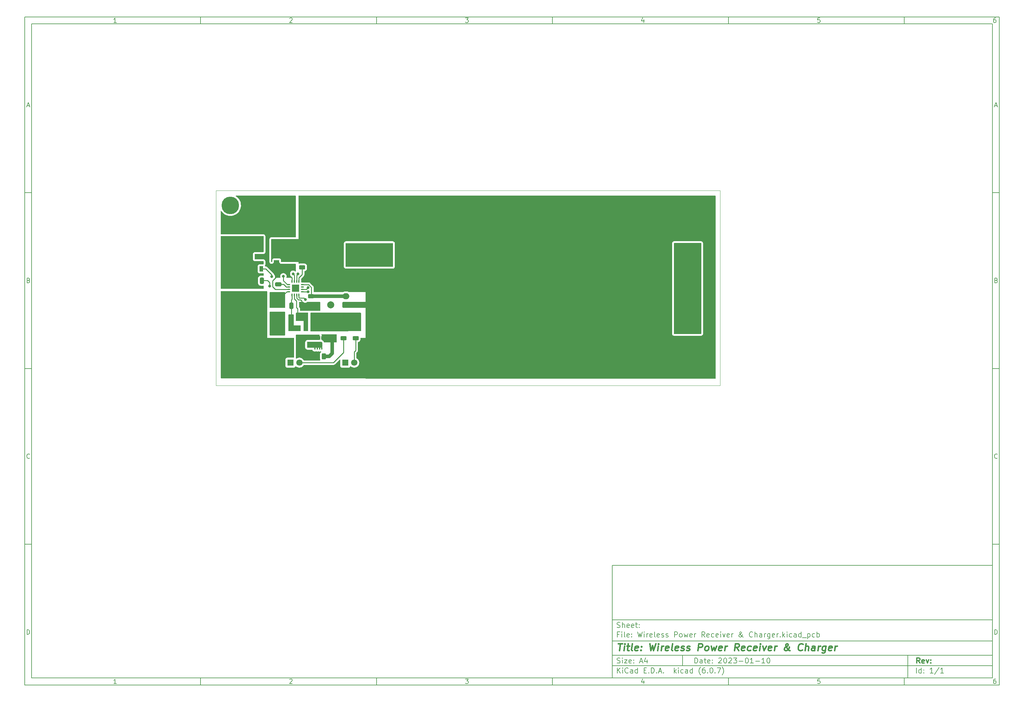
<source format=gbr>
%TF.GenerationSoftware,KiCad,Pcbnew,(6.0.7)*%
%TF.CreationDate,2023-01-12T19:29:25+03:00*%
%TF.ProjectId,Wireless Power Receiver & Charger,57697265-6c65-4737-9320-506f77657220,rev?*%
%TF.SameCoordinates,Original*%
%TF.FileFunction,Copper,L1,Top*%
%TF.FilePolarity,Positive*%
%FSLAX46Y46*%
G04 Gerber Fmt 4.6, Leading zero omitted, Abs format (unit mm)*
G04 Created by KiCad (PCBNEW (6.0.7)) date 2023-01-12 19:29:25*
%MOMM*%
%LPD*%
G01*
G04 APERTURE LIST*
G04 Aperture macros list*
%AMRoundRect*
0 Rectangle with rounded corners*
0 $1 Rounding radius*
0 $2 $3 $4 $5 $6 $7 $8 $9 X,Y pos of 4 corners*
0 Add a 4 corners polygon primitive as box body*
4,1,4,$2,$3,$4,$5,$6,$7,$8,$9,$2,$3,0*
0 Add four circle primitives for the rounded corners*
1,1,$1+$1,$2,$3*
1,1,$1+$1,$4,$5*
1,1,$1+$1,$6,$7*
1,1,$1+$1,$8,$9*
0 Add four rect primitives between the rounded corners*
20,1,$1+$1,$2,$3,$4,$5,0*
20,1,$1+$1,$4,$5,$6,$7,0*
20,1,$1+$1,$6,$7,$8,$9,0*
20,1,$1+$1,$8,$9,$2,$3,0*%
%AMFreePoly0*
4,1,11,1.015000,1.170000,0.435000,0.575000,0.435000,-0.575000,1.015000,-1.170000,1.015000,-1.945000,0.125000,-1.945000,-0.435000,-1.395000,-0.435000,1.395000,0.125000,1.945000,1.015000,1.945000,1.015000,1.170000,1.015000,1.170000,$1*%
%AMFreePoly1*
4,1,11,0.435000,1.395000,0.435000,-1.395000,-0.125000,-1.945000,-1.015000,-1.945000,-1.015000,-1.170000,-0.435000,-0.575000,-0.435000,0.575000,-1.015000,1.170000,-1.015000,1.945000,-0.125000,1.945000,0.435000,1.395000,0.435000,1.395000,$1*%
G04 Aperture macros list end*
%ADD10C,0.100000*%
%ADD11C,0.150000*%
%ADD12C,0.300000*%
%ADD13C,0.400000*%
%TA.AperFunction,Profile*%
%ADD14C,0.100000*%
%TD*%
%TA.AperFunction,SMDPad,CuDef*%
%ADD15R,2.400000X1.500000*%
%TD*%
%TA.AperFunction,SMDPad,CuDef*%
%ADD16R,1.050000X1.500000*%
%TD*%
%TA.AperFunction,SMDPad,CuDef*%
%ADD17RoundRect,0.250000X-0.650000X0.325000X-0.650000X-0.325000X0.650000X-0.325000X0.650000X0.325000X0*%
%TD*%
%TA.AperFunction,ComponentPad*%
%ADD18C,0.800000*%
%TD*%
%TA.AperFunction,ComponentPad*%
%ADD19C,5.000000*%
%TD*%
%TA.AperFunction,SMDPad,CuDef*%
%ADD20RoundRect,0.250000X0.312500X0.625000X-0.312500X0.625000X-0.312500X-0.625000X0.312500X-0.625000X0*%
%TD*%
%TA.AperFunction,ComponentPad*%
%ADD21R,1.800000X1.800000*%
%TD*%
%TA.AperFunction,ComponentPad*%
%ADD22C,1.800000*%
%TD*%
%TA.AperFunction,SMDPad,CuDef*%
%ADD23RoundRect,0.075000X-0.350000X-0.075000X0.350000X-0.075000X0.350000X0.075000X-0.350000X0.075000X0*%
%TD*%
%TA.AperFunction,SMDPad,CuDef*%
%ADD24RoundRect,0.075000X-0.075000X-0.350000X0.075000X-0.350000X0.075000X0.350000X-0.075000X0.350000X0*%
%TD*%
%TA.AperFunction,ComponentPad*%
%ADD25C,0.600000*%
%TD*%
%TA.AperFunction,SMDPad,CuDef*%
%ADD26R,2.100000X2.100000*%
%TD*%
%TA.AperFunction,SMDPad,CuDef*%
%ADD27R,0.650000X1.220000*%
%TD*%
%TA.AperFunction,SMDPad,CuDef*%
%ADD28RoundRect,0.250000X-0.625000X0.312500X-0.625000X-0.312500X0.625000X-0.312500X0.625000X0.312500X0*%
%TD*%
%TA.AperFunction,SMDPad,CuDef*%
%ADD29FreePoly0,270.000000*%
%TD*%
%TA.AperFunction,SMDPad,CuDef*%
%ADD30FreePoly1,270.000000*%
%TD*%
%TA.AperFunction,SMDPad,CuDef*%
%ADD31R,1.500000X2.400000*%
%TD*%
%TA.AperFunction,SMDPad,CuDef*%
%ADD32R,1.500000X1.050000*%
%TD*%
%TA.AperFunction,SMDPad,CuDef*%
%ADD33RoundRect,0.250000X0.650000X-0.325000X0.650000X0.325000X-0.650000X0.325000X-0.650000X-0.325000X0*%
%TD*%
%TA.AperFunction,SMDPad,CuDef*%
%ADD34RoundRect,0.250000X0.325000X0.650000X-0.325000X0.650000X-0.325000X-0.650000X0.325000X-0.650000X0*%
%TD*%
%TA.AperFunction,SMDPad,CuDef*%
%ADD35RoundRect,0.250000X0.625000X-0.312500X0.625000X0.312500X-0.625000X0.312500X-0.625000X-0.312500X0*%
%TD*%
%TA.AperFunction,SMDPad,CuDef*%
%ADD36RoundRect,1.587500X-2.082500X-1.587500X2.082500X-1.587500X2.082500X1.587500X-2.082500X1.587500X0*%
%TD*%
%TA.AperFunction,SMDPad,CuDef*%
%ADD37RoundRect,0.250000X0.262500X0.450000X-0.262500X0.450000X-0.262500X-0.450000X0.262500X-0.450000X0*%
%TD*%
%TA.AperFunction,ComponentPad*%
%ADD38RoundRect,0.250000X0.750000X-0.600000X0.750000X0.600000X-0.750000X0.600000X-0.750000X-0.600000X0*%
%TD*%
%TA.AperFunction,ComponentPad*%
%ADD39O,2.000000X1.700000*%
%TD*%
%TA.AperFunction,SMDPad,CuDef*%
%ADD40RoundRect,0.250000X-0.325000X-0.650000X0.325000X-0.650000X0.325000X0.650000X-0.325000X0.650000X0*%
%TD*%
%TA.AperFunction,SMDPad,CuDef*%
%ADD41R,1.200000X0.900000*%
%TD*%
%TA.AperFunction,SMDPad,CuDef*%
%ADD42RoundRect,0.250000X-0.250000X-0.475000X0.250000X-0.475000X0.250000X0.475000X-0.250000X0.475000X0*%
%TD*%
%TA.AperFunction,SMDPad,CuDef*%
%ADD43RoundRect,0.101250X-0.101250X0.393750X-0.101250X-0.393750X0.101250X-0.393750X0.101250X0.393750X0*%
%TD*%
%TA.AperFunction,SMDPad,CuDef*%
%ADD44RoundRect,0.101250X-0.101250X0.278750X-0.101250X-0.278750X0.101250X-0.278750X0.101250X0.278750X0*%
%TD*%
%TA.AperFunction,SMDPad,CuDef*%
%ADD45RoundRect,0.431250X-0.686250X0.431250X-0.686250X-0.431250X0.686250X-0.431250X0.686250X0.431250X0*%
%TD*%
%TA.AperFunction,ComponentPad*%
%ADD46C,2.000000*%
%TD*%
%TA.AperFunction,ViaPad*%
%ADD47C,0.800000*%
%TD*%
%TA.AperFunction,Conductor*%
%ADD48C,0.250000*%
%TD*%
%TA.AperFunction,Conductor*%
%ADD49C,1.700000*%
%TD*%
%TA.AperFunction,Conductor*%
%ADD50C,1.000000*%
%TD*%
G04 APERTURE END LIST*
D10*
D11*
X177002200Y-166007200D02*
X177002200Y-198007200D01*
X285002200Y-198007200D01*
X285002200Y-166007200D01*
X177002200Y-166007200D01*
D10*
D11*
X10000000Y-10000000D02*
X10000000Y-200007200D01*
X287002200Y-200007200D01*
X287002200Y-10000000D01*
X10000000Y-10000000D01*
D10*
D11*
X12000000Y-12000000D02*
X12000000Y-198007200D01*
X285002200Y-198007200D01*
X285002200Y-12000000D01*
X12000000Y-12000000D01*
D10*
D11*
X60000000Y-12000000D02*
X60000000Y-10000000D01*
D10*
D11*
X110000000Y-12000000D02*
X110000000Y-10000000D01*
D10*
D11*
X160000000Y-12000000D02*
X160000000Y-10000000D01*
D10*
D11*
X210000000Y-12000000D02*
X210000000Y-10000000D01*
D10*
D11*
X260000000Y-12000000D02*
X260000000Y-10000000D01*
D10*
D11*
X36065476Y-11588095D02*
X35322619Y-11588095D01*
X35694047Y-11588095D02*
X35694047Y-10288095D01*
X35570238Y-10473809D01*
X35446428Y-10597619D01*
X35322619Y-10659523D01*
D10*
D11*
X85322619Y-10411904D02*
X85384523Y-10350000D01*
X85508333Y-10288095D01*
X85817857Y-10288095D01*
X85941666Y-10350000D01*
X86003571Y-10411904D01*
X86065476Y-10535714D01*
X86065476Y-10659523D01*
X86003571Y-10845238D01*
X85260714Y-11588095D01*
X86065476Y-11588095D01*
D10*
D11*
X135260714Y-10288095D02*
X136065476Y-10288095D01*
X135632142Y-10783333D01*
X135817857Y-10783333D01*
X135941666Y-10845238D01*
X136003571Y-10907142D01*
X136065476Y-11030952D01*
X136065476Y-11340476D01*
X136003571Y-11464285D01*
X135941666Y-11526190D01*
X135817857Y-11588095D01*
X135446428Y-11588095D01*
X135322619Y-11526190D01*
X135260714Y-11464285D01*
D10*
D11*
X185941666Y-10721428D02*
X185941666Y-11588095D01*
X185632142Y-10226190D02*
X185322619Y-11154761D01*
X186127380Y-11154761D01*
D10*
D11*
X236003571Y-10288095D02*
X235384523Y-10288095D01*
X235322619Y-10907142D01*
X235384523Y-10845238D01*
X235508333Y-10783333D01*
X235817857Y-10783333D01*
X235941666Y-10845238D01*
X236003571Y-10907142D01*
X236065476Y-11030952D01*
X236065476Y-11340476D01*
X236003571Y-11464285D01*
X235941666Y-11526190D01*
X235817857Y-11588095D01*
X235508333Y-11588095D01*
X235384523Y-11526190D01*
X235322619Y-11464285D01*
D10*
D11*
X285941666Y-10288095D02*
X285694047Y-10288095D01*
X285570238Y-10350000D01*
X285508333Y-10411904D01*
X285384523Y-10597619D01*
X285322619Y-10845238D01*
X285322619Y-11340476D01*
X285384523Y-11464285D01*
X285446428Y-11526190D01*
X285570238Y-11588095D01*
X285817857Y-11588095D01*
X285941666Y-11526190D01*
X286003571Y-11464285D01*
X286065476Y-11340476D01*
X286065476Y-11030952D01*
X286003571Y-10907142D01*
X285941666Y-10845238D01*
X285817857Y-10783333D01*
X285570238Y-10783333D01*
X285446428Y-10845238D01*
X285384523Y-10907142D01*
X285322619Y-11030952D01*
D10*
D11*
X60000000Y-198007200D02*
X60000000Y-200007200D01*
D10*
D11*
X110000000Y-198007200D02*
X110000000Y-200007200D01*
D10*
D11*
X160000000Y-198007200D02*
X160000000Y-200007200D01*
D10*
D11*
X210000000Y-198007200D02*
X210000000Y-200007200D01*
D10*
D11*
X260000000Y-198007200D02*
X260000000Y-200007200D01*
D10*
D11*
X36065476Y-199595295D02*
X35322619Y-199595295D01*
X35694047Y-199595295D02*
X35694047Y-198295295D01*
X35570238Y-198481009D01*
X35446428Y-198604819D01*
X35322619Y-198666723D01*
D10*
D11*
X85322619Y-198419104D02*
X85384523Y-198357200D01*
X85508333Y-198295295D01*
X85817857Y-198295295D01*
X85941666Y-198357200D01*
X86003571Y-198419104D01*
X86065476Y-198542914D01*
X86065476Y-198666723D01*
X86003571Y-198852438D01*
X85260714Y-199595295D01*
X86065476Y-199595295D01*
D10*
D11*
X135260714Y-198295295D02*
X136065476Y-198295295D01*
X135632142Y-198790533D01*
X135817857Y-198790533D01*
X135941666Y-198852438D01*
X136003571Y-198914342D01*
X136065476Y-199038152D01*
X136065476Y-199347676D01*
X136003571Y-199471485D01*
X135941666Y-199533390D01*
X135817857Y-199595295D01*
X135446428Y-199595295D01*
X135322619Y-199533390D01*
X135260714Y-199471485D01*
D10*
D11*
X185941666Y-198728628D02*
X185941666Y-199595295D01*
X185632142Y-198233390D02*
X185322619Y-199161961D01*
X186127380Y-199161961D01*
D10*
D11*
X236003571Y-198295295D02*
X235384523Y-198295295D01*
X235322619Y-198914342D01*
X235384523Y-198852438D01*
X235508333Y-198790533D01*
X235817857Y-198790533D01*
X235941666Y-198852438D01*
X236003571Y-198914342D01*
X236065476Y-199038152D01*
X236065476Y-199347676D01*
X236003571Y-199471485D01*
X235941666Y-199533390D01*
X235817857Y-199595295D01*
X235508333Y-199595295D01*
X235384523Y-199533390D01*
X235322619Y-199471485D01*
D10*
D11*
X285941666Y-198295295D02*
X285694047Y-198295295D01*
X285570238Y-198357200D01*
X285508333Y-198419104D01*
X285384523Y-198604819D01*
X285322619Y-198852438D01*
X285322619Y-199347676D01*
X285384523Y-199471485D01*
X285446428Y-199533390D01*
X285570238Y-199595295D01*
X285817857Y-199595295D01*
X285941666Y-199533390D01*
X286003571Y-199471485D01*
X286065476Y-199347676D01*
X286065476Y-199038152D01*
X286003571Y-198914342D01*
X285941666Y-198852438D01*
X285817857Y-198790533D01*
X285570238Y-198790533D01*
X285446428Y-198852438D01*
X285384523Y-198914342D01*
X285322619Y-199038152D01*
D10*
D11*
X10000000Y-60000000D02*
X12000000Y-60000000D01*
D10*
D11*
X10000000Y-110000000D02*
X12000000Y-110000000D01*
D10*
D11*
X10000000Y-160000000D02*
X12000000Y-160000000D01*
D10*
D11*
X10690476Y-35216666D02*
X11309523Y-35216666D01*
X10566666Y-35588095D02*
X11000000Y-34288095D01*
X11433333Y-35588095D01*
D10*
D11*
X11092857Y-84907142D02*
X11278571Y-84969047D01*
X11340476Y-85030952D01*
X11402380Y-85154761D01*
X11402380Y-85340476D01*
X11340476Y-85464285D01*
X11278571Y-85526190D01*
X11154761Y-85588095D01*
X10659523Y-85588095D01*
X10659523Y-84288095D01*
X11092857Y-84288095D01*
X11216666Y-84350000D01*
X11278571Y-84411904D01*
X11340476Y-84535714D01*
X11340476Y-84659523D01*
X11278571Y-84783333D01*
X11216666Y-84845238D01*
X11092857Y-84907142D01*
X10659523Y-84907142D01*
D10*
D11*
X11402380Y-135464285D02*
X11340476Y-135526190D01*
X11154761Y-135588095D01*
X11030952Y-135588095D01*
X10845238Y-135526190D01*
X10721428Y-135402380D01*
X10659523Y-135278571D01*
X10597619Y-135030952D01*
X10597619Y-134845238D01*
X10659523Y-134597619D01*
X10721428Y-134473809D01*
X10845238Y-134350000D01*
X11030952Y-134288095D01*
X11154761Y-134288095D01*
X11340476Y-134350000D01*
X11402380Y-134411904D01*
D10*
D11*
X10659523Y-185588095D02*
X10659523Y-184288095D01*
X10969047Y-184288095D01*
X11154761Y-184350000D01*
X11278571Y-184473809D01*
X11340476Y-184597619D01*
X11402380Y-184845238D01*
X11402380Y-185030952D01*
X11340476Y-185278571D01*
X11278571Y-185402380D01*
X11154761Y-185526190D01*
X10969047Y-185588095D01*
X10659523Y-185588095D01*
D10*
D11*
X287002200Y-60000000D02*
X285002200Y-60000000D01*
D10*
D11*
X287002200Y-110000000D02*
X285002200Y-110000000D01*
D10*
D11*
X287002200Y-160000000D02*
X285002200Y-160000000D01*
D10*
D11*
X285692676Y-35216666D02*
X286311723Y-35216666D01*
X285568866Y-35588095D02*
X286002200Y-34288095D01*
X286435533Y-35588095D01*
D10*
D11*
X286095057Y-84907142D02*
X286280771Y-84969047D01*
X286342676Y-85030952D01*
X286404580Y-85154761D01*
X286404580Y-85340476D01*
X286342676Y-85464285D01*
X286280771Y-85526190D01*
X286156961Y-85588095D01*
X285661723Y-85588095D01*
X285661723Y-84288095D01*
X286095057Y-84288095D01*
X286218866Y-84350000D01*
X286280771Y-84411904D01*
X286342676Y-84535714D01*
X286342676Y-84659523D01*
X286280771Y-84783333D01*
X286218866Y-84845238D01*
X286095057Y-84907142D01*
X285661723Y-84907142D01*
D10*
D11*
X286404580Y-135464285D02*
X286342676Y-135526190D01*
X286156961Y-135588095D01*
X286033152Y-135588095D01*
X285847438Y-135526190D01*
X285723628Y-135402380D01*
X285661723Y-135278571D01*
X285599819Y-135030952D01*
X285599819Y-134845238D01*
X285661723Y-134597619D01*
X285723628Y-134473809D01*
X285847438Y-134350000D01*
X286033152Y-134288095D01*
X286156961Y-134288095D01*
X286342676Y-134350000D01*
X286404580Y-134411904D01*
D10*
D11*
X285661723Y-185588095D02*
X285661723Y-184288095D01*
X285971247Y-184288095D01*
X286156961Y-184350000D01*
X286280771Y-184473809D01*
X286342676Y-184597619D01*
X286404580Y-184845238D01*
X286404580Y-185030952D01*
X286342676Y-185278571D01*
X286280771Y-185402380D01*
X286156961Y-185526190D01*
X285971247Y-185588095D01*
X285661723Y-185588095D01*
D10*
D11*
X200434342Y-193785771D02*
X200434342Y-192285771D01*
X200791485Y-192285771D01*
X201005771Y-192357200D01*
X201148628Y-192500057D01*
X201220057Y-192642914D01*
X201291485Y-192928628D01*
X201291485Y-193142914D01*
X201220057Y-193428628D01*
X201148628Y-193571485D01*
X201005771Y-193714342D01*
X200791485Y-193785771D01*
X200434342Y-193785771D01*
X202577200Y-193785771D02*
X202577200Y-193000057D01*
X202505771Y-192857200D01*
X202362914Y-192785771D01*
X202077200Y-192785771D01*
X201934342Y-192857200D01*
X202577200Y-193714342D02*
X202434342Y-193785771D01*
X202077200Y-193785771D01*
X201934342Y-193714342D01*
X201862914Y-193571485D01*
X201862914Y-193428628D01*
X201934342Y-193285771D01*
X202077200Y-193214342D01*
X202434342Y-193214342D01*
X202577200Y-193142914D01*
X203077200Y-192785771D02*
X203648628Y-192785771D01*
X203291485Y-192285771D02*
X203291485Y-193571485D01*
X203362914Y-193714342D01*
X203505771Y-193785771D01*
X203648628Y-193785771D01*
X204720057Y-193714342D02*
X204577200Y-193785771D01*
X204291485Y-193785771D01*
X204148628Y-193714342D01*
X204077200Y-193571485D01*
X204077200Y-193000057D01*
X204148628Y-192857200D01*
X204291485Y-192785771D01*
X204577200Y-192785771D01*
X204720057Y-192857200D01*
X204791485Y-193000057D01*
X204791485Y-193142914D01*
X204077200Y-193285771D01*
X205434342Y-193642914D02*
X205505771Y-193714342D01*
X205434342Y-193785771D01*
X205362914Y-193714342D01*
X205434342Y-193642914D01*
X205434342Y-193785771D01*
X205434342Y-192857200D02*
X205505771Y-192928628D01*
X205434342Y-193000057D01*
X205362914Y-192928628D01*
X205434342Y-192857200D01*
X205434342Y-193000057D01*
X207220057Y-192428628D02*
X207291485Y-192357200D01*
X207434342Y-192285771D01*
X207791485Y-192285771D01*
X207934342Y-192357200D01*
X208005771Y-192428628D01*
X208077200Y-192571485D01*
X208077200Y-192714342D01*
X208005771Y-192928628D01*
X207148628Y-193785771D01*
X208077200Y-193785771D01*
X209005771Y-192285771D02*
X209148628Y-192285771D01*
X209291485Y-192357200D01*
X209362914Y-192428628D01*
X209434342Y-192571485D01*
X209505771Y-192857200D01*
X209505771Y-193214342D01*
X209434342Y-193500057D01*
X209362914Y-193642914D01*
X209291485Y-193714342D01*
X209148628Y-193785771D01*
X209005771Y-193785771D01*
X208862914Y-193714342D01*
X208791485Y-193642914D01*
X208720057Y-193500057D01*
X208648628Y-193214342D01*
X208648628Y-192857200D01*
X208720057Y-192571485D01*
X208791485Y-192428628D01*
X208862914Y-192357200D01*
X209005771Y-192285771D01*
X210077200Y-192428628D02*
X210148628Y-192357200D01*
X210291485Y-192285771D01*
X210648628Y-192285771D01*
X210791485Y-192357200D01*
X210862914Y-192428628D01*
X210934342Y-192571485D01*
X210934342Y-192714342D01*
X210862914Y-192928628D01*
X210005771Y-193785771D01*
X210934342Y-193785771D01*
X211434342Y-192285771D02*
X212362914Y-192285771D01*
X211862914Y-192857200D01*
X212077200Y-192857200D01*
X212220057Y-192928628D01*
X212291485Y-193000057D01*
X212362914Y-193142914D01*
X212362914Y-193500057D01*
X212291485Y-193642914D01*
X212220057Y-193714342D01*
X212077200Y-193785771D01*
X211648628Y-193785771D01*
X211505771Y-193714342D01*
X211434342Y-193642914D01*
X213005771Y-193214342D02*
X214148628Y-193214342D01*
X215148628Y-192285771D02*
X215291485Y-192285771D01*
X215434342Y-192357200D01*
X215505771Y-192428628D01*
X215577200Y-192571485D01*
X215648628Y-192857200D01*
X215648628Y-193214342D01*
X215577200Y-193500057D01*
X215505771Y-193642914D01*
X215434342Y-193714342D01*
X215291485Y-193785771D01*
X215148628Y-193785771D01*
X215005771Y-193714342D01*
X214934342Y-193642914D01*
X214862914Y-193500057D01*
X214791485Y-193214342D01*
X214791485Y-192857200D01*
X214862914Y-192571485D01*
X214934342Y-192428628D01*
X215005771Y-192357200D01*
X215148628Y-192285771D01*
X217077200Y-193785771D02*
X216220057Y-193785771D01*
X216648628Y-193785771D02*
X216648628Y-192285771D01*
X216505771Y-192500057D01*
X216362914Y-192642914D01*
X216220057Y-192714342D01*
X217720057Y-193214342D02*
X218862914Y-193214342D01*
X220362914Y-193785771D02*
X219505771Y-193785771D01*
X219934342Y-193785771D02*
X219934342Y-192285771D01*
X219791485Y-192500057D01*
X219648628Y-192642914D01*
X219505771Y-192714342D01*
X221291485Y-192285771D02*
X221434342Y-192285771D01*
X221577200Y-192357200D01*
X221648628Y-192428628D01*
X221720057Y-192571485D01*
X221791485Y-192857200D01*
X221791485Y-193214342D01*
X221720057Y-193500057D01*
X221648628Y-193642914D01*
X221577200Y-193714342D01*
X221434342Y-193785771D01*
X221291485Y-193785771D01*
X221148628Y-193714342D01*
X221077200Y-193642914D01*
X221005771Y-193500057D01*
X220934342Y-193214342D01*
X220934342Y-192857200D01*
X221005771Y-192571485D01*
X221077200Y-192428628D01*
X221148628Y-192357200D01*
X221291485Y-192285771D01*
D10*
D11*
X177002200Y-194507200D02*
X285002200Y-194507200D01*
D10*
D11*
X178434342Y-196585771D02*
X178434342Y-195085771D01*
X179291485Y-196585771D02*
X178648628Y-195728628D01*
X179291485Y-195085771D02*
X178434342Y-195942914D01*
X179934342Y-196585771D02*
X179934342Y-195585771D01*
X179934342Y-195085771D02*
X179862914Y-195157200D01*
X179934342Y-195228628D01*
X180005771Y-195157200D01*
X179934342Y-195085771D01*
X179934342Y-195228628D01*
X181505771Y-196442914D02*
X181434342Y-196514342D01*
X181220057Y-196585771D01*
X181077200Y-196585771D01*
X180862914Y-196514342D01*
X180720057Y-196371485D01*
X180648628Y-196228628D01*
X180577200Y-195942914D01*
X180577200Y-195728628D01*
X180648628Y-195442914D01*
X180720057Y-195300057D01*
X180862914Y-195157200D01*
X181077200Y-195085771D01*
X181220057Y-195085771D01*
X181434342Y-195157200D01*
X181505771Y-195228628D01*
X182791485Y-196585771D02*
X182791485Y-195800057D01*
X182720057Y-195657200D01*
X182577200Y-195585771D01*
X182291485Y-195585771D01*
X182148628Y-195657200D01*
X182791485Y-196514342D02*
X182648628Y-196585771D01*
X182291485Y-196585771D01*
X182148628Y-196514342D01*
X182077200Y-196371485D01*
X182077200Y-196228628D01*
X182148628Y-196085771D01*
X182291485Y-196014342D01*
X182648628Y-196014342D01*
X182791485Y-195942914D01*
X184148628Y-196585771D02*
X184148628Y-195085771D01*
X184148628Y-196514342D02*
X184005771Y-196585771D01*
X183720057Y-196585771D01*
X183577200Y-196514342D01*
X183505771Y-196442914D01*
X183434342Y-196300057D01*
X183434342Y-195871485D01*
X183505771Y-195728628D01*
X183577200Y-195657200D01*
X183720057Y-195585771D01*
X184005771Y-195585771D01*
X184148628Y-195657200D01*
X186005771Y-195800057D02*
X186505771Y-195800057D01*
X186720057Y-196585771D02*
X186005771Y-196585771D01*
X186005771Y-195085771D01*
X186720057Y-195085771D01*
X187362914Y-196442914D02*
X187434342Y-196514342D01*
X187362914Y-196585771D01*
X187291485Y-196514342D01*
X187362914Y-196442914D01*
X187362914Y-196585771D01*
X188077200Y-196585771D02*
X188077200Y-195085771D01*
X188434342Y-195085771D01*
X188648628Y-195157200D01*
X188791485Y-195300057D01*
X188862914Y-195442914D01*
X188934342Y-195728628D01*
X188934342Y-195942914D01*
X188862914Y-196228628D01*
X188791485Y-196371485D01*
X188648628Y-196514342D01*
X188434342Y-196585771D01*
X188077200Y-196585771D01*
X189577200Y-196442914D02*
X189648628Y-196514342D01*
X189577200Y-196585771D01*
X189505771Y-196514342D01*
X189577200Y-196442914D01*
X189577200Y-196585771D01*
X190220057Y-196157200D02*
X190934342Y-196157200D01*
X190077200Y-196585771D02*
X190577200Y-195085771D01*
X191077200Y-196585771D01*
X191577200Y-196442914D02*
X191648628Y-196514342D01*
X191577200Y-196585771D01*
X191505771Y-196514342D01*
X191577200Y-196442914D01*
X191577200Y-196585771D01*
X194577200Y-196585771D02*
X194577200Y-195085771D01*
X194720057Y-196014342D02*
X195148628Y-196585771D01*
X195148628Y-195585771D02*
X194577200Y-196157200D01*
X195791485Y-196585771D02*
X195791485Y-195585771D01*
X195791485Y-195085771D02*
X195720057Y-195157200D01*
X195791485Y-195228628D01*
X195862914Y-195157200D01*
X195791485Y-195085771D01*
X195791485Y-195228628D01*
X197148628Y-196514342D02*
X197005771Y-196585771D01*
X196720057Y-196585771D01*
X196577200Y-196514342D01*
X196505771Y-196442914D01*
X196434342Y-196300057D01*
X196434342Y-195871485D01*
X196505771Y-195728628D01*
X196577200Y-195657200D01*
X196720057Y-195585771D01*
X197005771Y-195585771D01*
X197148628Y-195657200D01*
X198434342Y-196585771D02*
X198434342Y-195800057D01*
X198362914Y-195657200D01*
X198220057Y-195585771D01*
X197934342Y-195585771D01*
X197791485Y-195657200D01*
X198434342Y-196514342D02*
X198291485Y-196585771D01*
X197934342Y-196585771D01*
X197791485Y-196514342D01*
X197720057Y-196371485D01*
X197720057Y-196228628D01*
X197791485Y-196085771D01*
X197934342Y-196014342D01*
X198291485Y-196014342D01*
X198434342Y-195942914D01*
X199791485Y-196585771D02*
X199791485Y-195085771D01*
X199791485Y-196514342D02*
X199648628Y-196585771D01*
X199362914Y-196585771D01*
X199220057Y-196514342D01*
X199148628Y-196442914D01*
X199077200Y-196300057D01*
X199077200Y-195871485D01*
X199148628Y-195728628D01*
X199220057Y-195657200D01*
X199362914Y-195585771D01*
X199648628Y-195585771D01*
X199791485Y-195657200D01*
X202077200Y-197157200D02*
X202005771Y-197085771D01*
X201862914Y-196871485D01*
X201791485Y-196728628D01*
X201720057Y-196514342D01*
X201648628Y-196157200D01*
X201648628Y-195871485D01*
X201720057Y-195514342D01*
X201791485Y-195300057D01*
X201862914Y-195157200D01*
X202005771Y-194942914D01*
X202077200Y-194871485D01*
X203291485Y-195085771D02*
X203005771Y-195085771D01*
X202862914Y-195157200D01*
X202791485Y-195228628D01*
X202648628Y-195442914D01*
X202577200Y-195728628D01*
X202577200Y-196300057D01*
X202648628Y-196442914D01*
X202720057Y-196514342D01*
X202862914Y-196585771D01*
X203148628Y-196585771D01*
X203291485Y-196514342D01*
X203362914Y-196442914D01*
X203434342Y-196300057D01*
X203434342Y-195942914D01*
X203362914Y-195800057D01*
X203291485Y-195728628D01*
X203148628Y-195657200D01*
X202862914Y-195657200D01*
X202720057Y-195728628D01*
X202648628Y-195800057D01*
X202577200Y-195942914D01*
X204077200Y-196442914D02*
X204148628Y-196514342D01*
X204077200Y-196585771D01*
X204005771Y-196514342D01*
X204077200Y-196442914D01*
X204077200Y-196585771D01*
X205077200Y-195085771D02*
X205220057Y-195085771D01*
X205362914Y-195157200D01*
X205434342Y-195228628D01*
X205505771Y-195371485D01*
X205577200Y-195657200D01*
X205577200Y-196014342D01*
X205505771Y-196300057D01*
X205434342Y-196442914D01*
X205362914Y-196514342D01*
X205220057Y-196585771D01*
X205077200Y-196585771D01*
X204934342Y-196514342D01*
X204862914Y-196442914D01*
X204791485Y-196300057D01*
X204720057Y-196014342D01*
X204720057Y-195657200D01*
X204791485Y-195371485D01*
X204862914Y-195228628D01*
X204934342Y-195157200D01*
X205077200Y-195085771D01*
X206220057Y-196442914D02*
X206291485Y-196514342D01*
X206220057Y-196585771D01*
X206148628Y-196514342D01*
X206220057Y-196442914D01*
X206220057Y-196585771D01*
X206791485Y-195085771D02*
X207791485Y-195085771D01*
X207148628Y-196585771D01*
X208220057Y-197157200D02*
X208291485Y-197085771D01*
X208434342Y-196871485D01*
X208505771Y-196728628D01*
X208577200Y-196514342D01*
X208648628Y-196157200D01*
X208648628Y-195871485D01*
X208577200Y-195514342D01*
X208505771Y-195300057D01*
X208434342Y-195157200D01*
X208291485Y-194942914D01*
X208220057Y-194871485D01*
D10*
D11*
X177002200Y-191507200D02*
X285002200Y-191507200D01*
D10*
D12*
X264411485Y-193785771D02*
X263911485Y-193071485D01*
X263554342Y-193785771D02*
X263554342Y-192285771D01*
X264125771Y-192285771D01*
X264268628Y-192357200D01*
X264340057Y-192428628D01*
X264411485Y-192571485D01*
X264411485Y-192785771D01*
X264340057Y-192928628D01*
X264268628Y-193000057D01*
X264125771Y-193071485D01*
X263554342Y-193071485D01*
X265625771Y-193714342D02*
X265482914Y-193785771D01*
X265197200Y-193785771D01*
X265054342Y-193714342D01*
X264982914Y-193571485D01*
X264982914Y-193000057D01*
X265054342Y-192857200D01*
X265197200Y-192785771D01*
X265482914Y-192785771D01*
X265625771Y-192857200D01*
X265697200Y-193000057D01*
X265697200Y-193142914D01*
X264982914Y-193285771D01*
X266197200Y-192785771D02*
X266554342Y-193785771D01*
X266911485Y-192785771D01*
X267482914Y-193642914D02*
X267554342Y-193714342D01*
X267482914Y-193785771D01*
X267411485Y-193714342D01*
X267482914Y-193642914D01*
X267482914Y-193785771D01*
X267482914Y-192857200D02*
X267554342Y-192928628D01*
X267482914Y-193000057D01*
X267411485Y-192928628D01*
X267482914Y-192857200D01*
X267482914Y-193000057D01*
D10*
D11*
X178362914Y-193714342D02*
X178577200Y-193785771D01*
X178934342Y-193785771D01*
X179077200Y-193714342D01*
X179148628Y-193642914D01*
X179220057Y-193500057D01*
X179220057Y-193357200D01*
X179148628Y-193214342D01*
X179077200Y-193142914D01*
X178934342Y-193071485D01*
X178648628Y-193000057D01*
X178505771Y-192928628D01*
X178434342Y-192857200D01*
X178362914Y-192714342D01*
X178362914Y-192571485D01*
X178434342Y-192428628D01*
X178505771Y-192357200D01*
X178648628Y-192285771D01*
X179005771Y-192285771D01*
X179220057Y-192357200D01*
X179862914Y-193785771D02*
X179862914Y-192785771D01*
X179862914Y-192285771D02*
X179791485Y-192357200D01*
X179862914Y-192428628D01*
X179934342Y-192357200D01*
X179862914Y-192285771D01*
X179862914Y-192428628D01*
X180434342Y-192785771D02*
X181220057Y-192785771D01*
X180434342Y-193785771D01*
X181220057Y-193785771D01*
X182362914Y-193714342D02*
X182220057Y-193785771D01*
X181934342Y-193785771D01*
X181791485Y-193714342D01*
X181720057Y-193571485D01*
X181720057Y-193000057D01*
X181791485Y-192857200D01*
X181934342Y-192785771D01*
X182220057Y-192785771D01*
X182362914Y-192857200D01*
X182434342Y-193000057D01*
X182434342Y-193142914D01*
X181720057Y-193285771D01*
X183077200Y-193642914D02*
X183148628Y-193714342D01*
X183077200Y-193785771D01*
X183005771Y-193714342D01*
X183077200Y-193642914D01*
X183077200Y-193785771D01*
X183077200Y-192857200D02*
X183148628Y-192928628D01*
X183077200Y-193000057D01*
X183005771Y-192928628D01*
X183077200Y-192857200D01*
X183077200Y-193000057D01*
X184862914Y-193357200D02*
X185577200Y-193357200D01*
X184720057Y-193785771D02*
X185220057Y-192285771D01*
X185720057Y-193785771D01*
X186862914Y-192785771D02*
X186862914Y-193785771D01*
X186505771Y-192214342D02*
X186148628Y-193285771D01*
X187077200Y-193285771D01*
D10*
D11*
X263434342Y-196585771D02*
X263434342Y-195085771D01*
X264791485Y-196585771D02*
X264791485Y-195085771D01*
X264791485Y-196514342D02*
X264648628Y-196585771D01*
X264362914Y-196585771D01*
X264220057Y-196514342D01*
X264148628Y-196442914D01*
X264077200Y-196300057D01*
X264077200Y-195871485D01*
X264148628Y-195728628D01*
X264220057Y-195657200D01*
X264362914Y-195585771D01*
X264648628Y-195585771D01*
X264791485Y-195657200D01*
X265505771Y-196442914D02*
X265577200Y-196514342D01*
X265505771Y-196585771D01*
X265434342Y-196514342D01*
X265505771Y-196442914D01*
X265505771Y-196585771D01*
X265505771Y-195657200D02*
X265577200Y-195728628D01*
X265505771Y-195800057D01*
X265434342Y-195728628D01*
X265505771Y-195657200D01*
X265505771Y-195800057D01*
X268148628Y-196585771D02*
X267291485Y-196585771D01*
X267720057Y-196585771D02*
X267720057Y-195085771D01*
X267577200Y-195300057D01*
X267434342Y-195442914D01*
X267291485Y-195514342D01*
X269862914Y-195014342D02*
X268577200Y-196942914D01*
X271148628Y-196585771D02*
X270291485Y-196585771D01*
X270720057Y-196585771D02*
X270720057Y-195085771D01*
X270577200Y-195300057D01*
X270434342Y-195442914D01*
X270291485Y-195514342D01*
D10*
D11*
X177002200Y-187507200D02*
X285002200Y-187507200D01*
D10*
D13*
X178714580Y-188211961D02*
X179857438Y-188211961D01*
X179036009Y-190211961D02*
X179286009Y-188211961D01*
X180274104Y-190211961D02*
X180440771Y-188878628D01*
X180524104Y-188211961D02*
X180416961Y-188307200D01*
X180500295Y-188402438D01*
X180607438Y-188307200D01*
X180524104Y-188211961D01*
X180500295Y-188402438D01*
X181107438Y-188878628D02*
X181869342Y-188878628D01*
X181476485Y-188211961D02*
X181262200Y-189926247D01*
X181333628Y-190116723D01*
X181512200Y-190211961D01*
X181702676Y-190211961D01*
X182655057Y-190211961D02*
X182476485Y-190116723D01*
X182405057Y-189926247D01*
X182619342Y-188211961D01*
X184190771Y-190116723D02*
X183988390Y-190211961D01*
X183607438Y-190211961D01*
X183428866Y-190116723D01*
X183357438Y-189926247D01*
X183452676Y-189164342D01*
X183571723Y-188973866D01*
X183774104Y-188878628D01*
X184155057Y-188878628D01*
X184333628Y-188973866D01*
X184405057Y-189164342D01*
X184381247Y-189354819D01*
X183405057Y-189545295D01*
X185155057Y-190021485D02*
X185238390Y-190116723D01*
X185131247Y-190211961D01*
X185047914Y-190116723D01*
X185155057Y-190021485D01*
X185131247Y-190211961D01*
X185286009Y-188973866D02*
X185369342Y-189069104D01*
X185262200Y-189164342D01*
X185178866Y-189069104D01*
X185286009Y-188973866D01*
X185262200Y-189164342D01*
X187666961Y-188211961D02*
X187893152Y-190211961D01*
X188452676Y-188783390D01*
X188655057Y-190211961D01*
X189381247Y-188211961D01*
X189893152Y-190211961D02*
X190059819Y-188878628D01*
X190143152Y-188211961D02*
X190036009Y-188307200D01*
X190119342Y-188402438D01*
X190226485Y-188307200D01*
X190143152Y-188211961D01*
X190119342Y-188402438D01*
X190845533Y-190211961D02*
X191012200Y-188878628D01*
X190964580Y-189259580D02*
X191083628Y-189069104D01*
X191190771Y-188973866D01*
X191393152Y-188878628D01*
X191583628Y-188878628D01*
X192857438Y-190116723D02*
X192655057Y-190211961D01*
X192274104Y-190211961D01*
X192095533Y-190116723D01*
X192024104Y-189926247D01*
X192119342Y-189164342D01*
X192238390Y-188973866D01*
X192440771Y-188878628D01*
X192821723Y-188878628D01*
X193000295Y-188973866D01*
X193071723Y-189164342D01*
X193047914Y-189354819D01*
X192071723Y-189545295D01*
X194083628Y-190211961D02*
X193905057Y-190116723D01*
X193833628Y-189926247D01*
X194047914Y-188211961D01*
X195619342Y-190116723D02*
X195416961Y-190211961D01*
X195036009Y-190211961D01*
X194857438Y-190116723D01*
X194786009Y-189926247D01*
X194881247Y-189164342D01*
X195000295Y-188973866D01*
X195202676Y-188878628D01*
X195583628Y-188878628D01*
X195762200Y-188973866D01*
X195833628Y-189164342D01*
X195809819Y-189354819D01*
X194833628Y-189545295D01*
X196476485Y-190116723D02*
X196655057Y-190211961D01*
X197036009Y-190211961D01*
X197238390Y-190116723D01*
X197357438Y-189926247D01*
X197369342Y-189831009D01*
X197297914Y-189640533D01*
X197119342Y-189545295D01*
X196833628Y-189545295D01*
X196655057Y-189450057D01*
X196583628Y-189259580D01*
X196595533Y-189164342D01*
X196714580Y-188973866D01*
X196916961Y-188878628D01*
X197202676Y-188878628D01*
X197381247Y-188973866D01*
X198095533Y-190116723D02*
X198274104Y-190211961D01*
X198655057Y-190211961D01*
X198857438Y-190116723D01*
X198976485Y-189926247D01*
X198988390Y-189831009D01*
X198916961Y-189640533D01*
X198738390Y-189545295D01*
X198452676Y-189545295D01*
X198274104Y-189450057D01*
X198202676Y-189259580D01*
X198214580Y-189164342D01*
X198333628Y-188973866D01*
X198536009Y-188878628D01*
X198821723Y-188878628D01*
X199000295Y-188973866D01*
X201321723Y-190211961D02*
X201571723Y-188211961D01*
X202333628Y-188211961D01*
X202512200Y-188307200D01*
X202595533Y-188402438D01*
X202666961Y-188592914D01*
X202631247Y-188878628D01*
X202512200Y-189069104D01*
X202405057Y-189164342D01*
X202202676Y-189259580D01*
X201440771Y-189259580D01*
X203607438Y-190211961D02*
X203428866Y-190116723D01*
X203345533Y-190021485D01*
X203274104Y-189831009D01*
X203345533Y-189259580D01*
X203464580Y-189069104D01*
X203571723Y-188973866D01*
X203774104Y-188878628D01*
X204059819Y-188878628D01*
X204238390Y-188973866D01*
X204321723Y-189069104D01*
X204393152Y-189259580D01*
X204321723Y-189831009D01*
X204202676Y-190021485D01*
X204095533Y-190116723D01*
X203893152Y-190211961D01*
X203607438Y-190211961D01*
X205107438Y-188878628D02*
X205321723Y-190211961D01*
X205821723Y-189259580D01*
X206083628Y-190211961D01*
X206631247Y-188878628D01*
X208000295Y-190116723D02*
X207797914Y-190211961D01*
X207416961Y-190211961D01*
X207238390Y-190116723D01*
X207166961Y-189926247D01*
X207262200Y-189164342D01*
X207381247Y-188973866D01*
X207583628Y-188878628D01*
X207964580Y-188878628D01*
X208143152Y-188973866D01*
X208214580Y-189164342D01*
X208190771Y-189354819D01*
X207214580Y-189545295D01*
X208940771Y-190211961D02*
X209107438Y-188878628D01*
X209059819Y-189259580D02*
X209178866Y-189069104D01*
X209286009Y-188973866D01*
X209488390Y-188878628D01*
X209678866Y-188878628D01*
X212845533Y-190211961D02*
X212297914Y-189259580D01*
X211702676Y-190211961D02*
X211952676Y-188211961D01*
X212714580Y-188211961D01*
X212893152Y-188307200D01*
X212976485Y-188402438D01*
X213047914Y-188592914D01*
X213012200Y-188878628D01*
X212893152Y-189069104D01*
X212786009Y-189164342D01*
X212583628Y-189259580D01*
X211821723Y-189259580D01*
X214476485Y-190116723D02*
X214274104Y-190211961D01*
X213893152Y-190211961D01*
X213714580Y-190116723D01*
X213643152Y-189926247D01*
X213738390Y-189164342D01*
X213857438Y-188973866D01*
X214059819Y-188878628D01*
X214440771Y-188878628D01*
X214619342Y-188973866D01*
X214690771Y-189164342D01*
X214666961Y-189354819D01*
X213690771Y-189545295D01*
X216286009Y-190116723D02*
X216083628Y-190211961D01*
X215702676Y-190211961D01*
X215524104Y-190116723D01*
X215440771Y-190021485D01*
X215369342Y-189831009D01*
X215440771Y-189259580D01*
X215559819Y-189069104D01*
X215666961Y-188973866D01*
X215869342Y-188878628D01*
X216250295Y-188878628D01*
X216428866Y-188973866D01*
X217905057Y-190116723D02*
X217702676Y-190211961D01*
X217321723Y-190211961D01*
X217143152Y-190116723D01*
X217071723Y-189926247D01*
X217166961Y-189164342D01*
X217286009Y-188973866D01*
X217488390Y-188878628D01*
X217869342Y-188878628D01*
X218047914Y-188973866D01*
X218119342Y-189164342D01*
X218095533Y-189354819D01*
X217119342Y-189545295D01*
X218845533Y-190211961D02*
X219012200Y-188878628D01*
X219095533Y-188211961D02*
X218988390Y-188307200D01*
X219071723Y-188402438D01*
X219178866Y-188307200D01*
X219095533Y-188211961D01*
X219071723Y-188402438D01*
X219774104Y-188878628D02*
X220083628Y-190211961D01*
X220726485Y-188878628D01*
X222095533Y-190116723D02*
X221893152Y-190211961D01*
X221512200Y-190211961D01*
X221333628Y-190116723D01*
X221262200Y-189926247D01*
X221357438Y-189164342D01*
X221476485Y-188973866D01*
X221678866Y-188878628D01*
X222059819Y-188878628D01*
X222238390Y-188973866D01*
X222309819Y-189164342D01*
X222286009Y-189354819D01*
X221309819Y-189545295D01*
X223036009Y-190211961D02*
X223202676Y-188878628D01*
X223155057Y-189259580D02*
X223274104Y-189069104D01*
X223381247Y-188973866D01*
X223583628Y-188878628D01*
X223774104Y-188878628D01*
X227416961Y-190211961D02*
X227321723Y-190211961D01*
X227143152Y-190116723D01*
X226893152Y-189831009D01*
X226488390Y-189259580D01*
X226333628Y-188973866D01*
X226274104Y-188688152D01*
X226297914Y-188497676D01*
X226416961Y-188307200D01*
X226619342Y-188211961D01*
X226714580Y-188211961D01*
X226893152Y-188307200D01*
X226964580Y-188497676D01*
X226952676Y-188592914D01*
X226833628Y-188783390D01*
X226726485Y-188878628D01*
X226107438Y-189259580D01*
X226000295Y-189354819D01*
X225881247Y-189545295D01*
X225845533Y-189831009D01*
X225916961Y-190021485D01*
X226000295Y-190116723D01*
X226178866Y-190211961D01*
X226464580Y-190211961D01*
X226666961Y-190116723D01*
X226774104Y-190021485D01*
X227107438Y-189640533D01*
X227238390Y-189354819D01*
X227262200Y-189164342D01*
X230964580Y-190021485D02*
X230857438Y-190116723D01*
X230559819Y-190211961D01*
X230369342Y-190211961D01*
X230095533Y-190116723D01*
X229928866Y-189926247D01*
X229857438Y-189735771D01*
X229809819Y-189354819D01*
X229845533Y-189069104D01*
X229988390Y-188688152D01*
X230107438Y-188497676D01*
X230321723Y-188307200D01*
X230619342Y-188211961D01*
X230809819Y-188211961D01*
X231083628Y-188307200D01*
X231166961Y-188402438D01*
X231797914Y-190211961D02*
X232047914Y-188211961D01*
X232655057Y-190211961D02*
X232786009Y-189164342D01*
X232714580Y-188973866D01*
X232536009Y-188878628D01*
X232250295Y-188878628D01*
X232047914Y-188973866D01*
X231940771Y-189069104D01*
X234464580Y-190211961D02*
X234595533Y-189164342D01*
X234524104Y-188973866D01*
X234345533Y-188878628D01*
X233964580Y-188878628D01*
X233762200Y-188973866D01*
X234476485Y-190116723D02*
X234274104Y-190211961D01*
X233797914Y-190211961D01*
X233619342Y-190116723D01*
X233547914Y-189926247D01*
X233571723Y-189735771D01*
X233690771Y-189545295D01*
X233893152Y-189450057D01*
X234369342Y-189450057D01*
X234571723Y-189354819D01*
X235416961Y-190211961D02*
X235583628Y-188878628D01*
X235536009Y-189259580D02*
X235655057Y-189069104D01*
X235762200Y-188973866D01*
X235964580Y-188878628D01*
X236155057Y-188878628D01*
X237678866Y-188878628D02*
X237476485Y-190497676D01*
X237357438Y-190688152D01*
X237250295Y-190783390D01*
X237047914Y-190878628D01*
X236762200Y-190878628D01*
X236583628Y-190783390D01*
X237524104Y-190116723D02*
X237321723Y-190211961D01*
X236940771Y-190211961D01*
X236762200Y-190116723D01*
X236678866Y-190021485D01*
X236607438Y-189831009D01*
X236678866Y-189259580D01*
X236797914Y-189069104D01*
X236905057Y-188973866D01*
X237107438Y-188878628D01*
X237488390Y-188878628D01*
X237666961Y-188973866D01*
X239238390Y-190116723D02*
X239036009Y-190211961D01*
X238655057Y-190211961D01*
X238476485Y-190116723D01*
X238405057Y-189926247D01*
X238500295Y-189164342D01*
X238619342Y-188973866D01*
X238821723Y-188878628D01*
X239202676Y-188878628D01*
X239381247Y-188973866D01*
X239452676Y-189164342D01*
X239428866Y-189354819D01*
X238452676Y-189545295D01*
X240178866Y-190211961D02*
X240345533Y-188878628D01*
X240297914Y-189259580D02*
X240416961Y-189069104D01*
X240524104Y-188973866D01*
X240726485Y-188878628D01*
X240916961Y-188878628D01*
D10*
D11*
X178934342Y-185600057D02*
X178434342Y-185600057D01*
X178434342Y-186385771D02*
X178434342Y-184885771D01*
X179148628Y-184885771D01*
X179720057Y-186385771D02*
X179720057Y-185385771D01*
X179720057Y-184885771D02*
X179648628Y-184957200D01*
X179720057Y-185028628D01*
X179791485Y-184957200D01*
X179720057Y-184885771D01*
X179720057Y-185028628D01*
X180648628Y-186385771D02*
X180505771Y-186314342D01*
X180434342Y-186171485D01*
X180434342Y-184885771D01*
X181791485Y-186314342D02*
X181648628Y-186385771D01*
X181362914Y-186385771D01*
X181220057Y-186314342D01*
X181148628Y-186171485D01*
X181148628Y-185600057D01*
X181220057Y-185457200D01*
X181362914Y-185385771D01*
X181648628Y-185385771D01*
X181791485Y-185457200D01*
X181862914Y-185600057D01*
X181862914Y-185742914D01*
X181148628Y-185885771D01*
X182505771Y-186242914D02*
X182577200Y-186314342D01*
X182505771Y-186385771D01*
X182434342Y-186314342D01*
X182505771Y-186242914D01*
X182505771Y-186385771D01*
X182505771Y-185457200D02*
X182577200Y-185528628D01*
X182505771Y-185600057D01*
X182434342Y-185528628D01*
X182505771Y-185457200D01*
X182505771Y-185600057D01*
X184220057Y-184885771D02*
X184577200Y-186385771D01*
X184862914Y-185314342D01*
X185148628Y-186385771D01*
X185505771Y-184885771D01*
X186077200Y-186385771D02*
X186077200Y-185385771D01*
X186077200Y-184885771D02*
X186005771Y-184957200D01*
X186077200Y-185028628D01*
X186148628Y-184957200D01*
X186077200Y-184885771D01*
X186077200Y-185028628D01*
X186791485Y-186385771D02*
X186791485Y-185385771D01*
X186791485Y-185671485D02*
X186862914Y-185528628D01*
X186934342Y-185457200D01*
X187077200Y-185385771D01*
X187220057Y-185385771D01*
X188291485Y-186314342D02*
X188148628Y-186385771D01*
X187862914Y-186385771D01*
X187720057Y-186314342D01*
X187648628Y-186171485D01*
X187648628Y-185600057D01*
X187720057Y-185457200D01*
X187862914Y-185385771D01*
X188148628Y-185385771D01*
X188291485Y-185457200D01*
X188362914Y-185600057D01*
X188362914Y-185742914D01*
X187648628Y-185885771D01*
X189220057Y-186385771D02*
X189077200Y-186314342D01*
X189005771Y-186171485D01*
X189005771Y-184885771D01*
X190362914Y-186314342D02*
X190220057Y-186385771D01*
X189934342Y-186385771D01*
X189791485Y-186314342D01*
X189720057Y-186171485D01*
X189720057Y-185600057D01*
X189791485Y-185457200D01*
X189934342Y-185385771D01*
X190220057Y-185385771D01*
X190362914Y-185457200D01*
X190434342Y-185600057D01*
X190434342Y-185742914D01*
X189720057Y-185885771D01*
X191005771Y-186314342D02*
X191148628Y-186385771D01*
X191434342Y-186385771D01*
X191577200Y-186314342D01*
X191648628Y-186171485D01*
X191648628Y-186100057D01*
X191577200Y-185957200D01*
X191434342Y-185885771D01*
X191220057Y-185885771D01*
X191077200Y-185814342D01*
X191005771Y-185671485D01*
X191005771Y-185600057D01*
X191077200Y-185457200D01*
X191220057Y-185385771D01*
X191434342Y-185385771D01*
X191577200Y-185457200D01*
X192220057Y-186314342D02*
X192362914Y-186385771D01*
X192648628Y-186385771D01*
X192791485Y-186314342D01*
X192862914Y-186171485D01*
X192862914Y-186100057D01*
X192791485Y-185957200D01*
X192648628Y-185885771D01*
X192434342Y-185885771D01*
X192291485Y-185814342D01*
X192220057Y-185671485D01*
X192220057Y-185600057D01*
X192291485Y-185457200D01*
X192434342Y-185385771D01*
X192648628Y-185385771D01*
X192791485Y-185457200D01*
X194648628Y-186385771D02*
X194648628Y-184885771D01*
X195220057Y-184885771D01*
X195362914Y-184957200D01*
X195434342Y-185028628D01*
X195505771Y-185171485D01*
X195505771Y-185385771D01*
X195434342Y-185528628D01*
X195362914Y-185600057D01*
X195220057Y-185671485D01*
X194648628Y-185671485D01*
X196362914Y-186385771D02*
X196220057Y-186314342D01*
X196148628Y-186242914D01*
X196077200Y-186100057D01*
X196077200Y-185671485D01*
X196148628Y-185528628D01*
X196220057Y-185457200D01*
X196362914Y-185385771D01*
X196577200Y-185385771D01*
X196720057Y-185457200D01*
X196791485Y-185528628D01*
X196862914Y-185671485D01*
X196862914Y-186100057D01*
X196791485Y-186242914D01*
X196720057Y-186314342D01*
X196577200Y-186385771D01*
X196362914Y-186385771D01*
X197362914Y-185385771D02*
X197648628Y-186385771D01*
X197934342Y-185671485D01*
X198220057Y-186385771D01*
X198505771Y-185385771D01*
X199648628Y-186314342D02*
X199505771Y-186385771D01*
X199220057Y-186385771D01*
X199077200Y-186314342D01*
X199005771Y-186171485D01*
X199005771Y-185600057D01*
X199077200Y-185457200D01*
X199220057Y-185385771D01*
X199505771Y-185385771D01*
X199648628Y-185457200D01*
X199720057Y-185600057D01*
X199720057Y-185742914D01*
X199005771Y-185885771D01*
X200362914Y-186385771D02*
X200362914Y-185385771D01*
X200362914Y-185671485D02*
X200434342Y-185528628D01*
X200505771Y-185457200D01*
X200648628Y-185385771D01*
X200791485Y-185385771D01*
X203291485Y-186385771D02*
X202791485Y-185671485D01*
X202434342Y-186385771D02*
X202434342Y-184885771D01*
X203005771Y-184885771D01*
X203148628Y-184957200D01*
X203220057Y-185028628D01*
X203291485Y-185171485D01*
X203291485Y-185385771D01*
X203220057Y-185528628D01*
X203148628Y-185600057D01*
X203005771Y-185671485D01*
X202434342Y-185671485D01*
X204505771Y-186314342D02*
X204362914Y-186385771D01*
X204077200Y-186385771D01*
X203934342Y-186314342D01*
X203862914Y-186171485D01*
X203862914Y-185600057D01*
X203934342Y-185457200D01*
X204077200Y-185385771D01*
X204362914Y-185385771D01*
X204505771Y-185457200D01*
X204577200Y-185600057D01*
X204577200Y-185742914D01*
X203862914Y-185885771D01*
X205862914Y-186314342D02*
X205720057Y-186385771D01*
X205434342Y-186385771D01*
X205291485Y-186314342D01*
X205220057Y-186242914D01*
X205148628Y-186100057D01*
X205148628Y-185671485D01*
X205220057Y-185528628D01*
X205291485Y-185457200D01*
X205434342Y-185385771D01*
X205720057Y-185385771D01*
X205862914Y-185457200D01*
X207077200Y-186314342D02*
X206934342Y-186385771D01*
X206648628Y-186385771D01*
X206505771Y-186314342D01*
X206434342Y-186171485D01*
X206434342Y-185600057D01*
X206505771Y-185457200D01*
X206648628Y-185385771D01*
X206934342Y-185385771D01*
X207077200Y-185457200D01*
X207148628Y-185600057D01*
X207148628Y-185742914D01*
X206434342Y-185885771D01*
X207791485Y-186385771D02*
X207791485Y-185385771D01*
X207791485Y-184885771D02*
X207720057Y-184957200D01*
X207791485Y-185028628D01*
X207862914Y-184957200D01*
X207791485Y-184885771D01*
X207791485Y-185028628D01*
X208362914Y-185385771D02*
X208720057Y-186385771D01*
X209077200Y-185385771D01*
X210220057Y-186314342D02*
X210077200Y-186385771D01*
X209791485Y-186385771D01*
X209648628Y-186314342D01*
X209577200Y-186171485D01*
X209577200Y-185600057D01*
X209648628Y-185457200D01*
X209791485Y-185385771D01*
X210077200Y-185385771D01*
X210220057Y-185457200D01*
X210291485Y-185600057D01*
X210291485Y-185742914D01*
X209577200Y-185885771D01*
X210934342Y-186385771D02*
X210934342Y-185385771D01*
X210934342Y-185671485D02*
X211005771Y-185528628D01*
X211077200Y-185457200D01*
X211220057Y-185385771D01*
X211362914Y-185385771D01*
X214220057Y-186385771D02*
X214148628Y-186385771D01*
X214005771Y-186314342D01*
X213791485Y-186100057D01*
X213434342Y-185671485D01*
X213291485Y-185457200D01*
X213220057Y-185242914D01*
X213220057Y-185100057D01*
X213291485Y-184957200D01*
X213434342Y-184885771D01*
X213505771Y-184885771D01*
X213648628Y-184957200D01*
X213720057Y-185100057D01*
X213720057Y-185171485D01*
X213648628Y-185314342D01*
X213577200Y-185385771D01*
X213148628Y-185671485D01*
X213077200Y-185742914D01*
X213005771Y-185885771D01*
X213005771Y-186100057D01*
X213077200Y-186242914D01*
X213148628Y-186314342D01*
X213291485Y-186385771D01*
X213505771Y-186385771D01*
X213648628Y-186314342D01*
X213720057Y-186242914D01*
X213934342Y-185957200D01*
X214005771Y-185742914D01*
X214005771Y-185600057D01*
X216862914Y-186242914D02*
X216791485Y-186314342D01*
X216577200Y-186385771D01*
X216434342Y-186385771D01*
X216220057Y-186314342D01*
X216077200Y-186171485D01*
X216005771Y-186028628D01*
X215934342Y-185742914D01*
X215934342Y-185528628D01*
X216005771Y-185242914D01*
X216077200Y-185100057D01*
X216220057Y-184957200D01*
X216434342Y-184885771D01*
X216577200Y-184885771D01*
X216791485Y-184957200D01*
X216862914Y-185028628D01*
X217505771Y-186385771D02*
X217505771Y-184885771D01*
X218148628Y-186385771D02*
X218148628Y-185600057D01*
X218077200Y-185457200D01*
X217934342Y-185385771D01*
X217720057Y-185385771D01*
X217577200Y-185457200D01*
X217505771Y-185528628D01*
X219505771Y-186385771D02*
X219505771Y-185600057D01*
X219434342Y-185457200D01*
X219291485Y-185385771D01*
X219005771Y-185385771D01*
X218862914Y-185457200D01*
X219505771Y-186314342D02*
X219362914Y-186385771D01*
X219005771Y-186385771D01*
X218862914Y-186314342D01*
X218791485Y-186171485D01*
X218791485Y-186028628D01*
X218862914Y-185885771D01*
X219005771Y-185814342D01*
X219362914Y-185814342D01*
X219505771Y-185742914D01*
X220220057Y-186385771D02*
X220220057Y-185385771D01*
X220220057Y-185671485D02*
X220291485Y-185528628D01*
X220362914Y-185457200D01*
X220505771Y-185385771D01*
X220648628Y-185385771D01*
X221791485Y-185385771D02*
X221791485Y-186600057D01*
X221720057Y-186742914D01*
X221648628Y-186814342D01*
X221505771Y-186885771D01*
X221291485Y-186885771D01*
X221148628Y-186814342D01*
X221791485Y-186314342D02*
X221648628Y-186385771D01*
X221362914Y-186385771D01*
X221220057Y-186314342D01*
X221148628Y-186242914D01*
X221077200Y-186100057D01*
X221077200Y-185671485D01*
X221148628Y-185528628D01*
X221220057Y-185457200D01*
X221362914Y-185385771D01*
X221648628Y-185385771D01*
X221791485Y-185457200D01*
X223077200Y-186314342D02*
X222934342Y-186385771D01*
X222648628Y-186385771D01*
X222505771Y-186314342D01*
X222434342Y-186171485D01*
X222434342Y-185600057D01*
X222505771Y-185457200D01*
X222648628Y-185385771D01*
X222934342Y-185385771D01*
X223077200Y-185457200D01*
X223148628Y-185600057D01*
X223148628Y-185742914D01*
X222434342Y-185885771D01*
X223791485Y-186385771D02*
X223791485Y-185385771D01*
X223791485Y-185671485D02*
X223862914Y-185528628D01*
X223934342Y-185457200D01*
X224077200Y-185385771D01*
X224220057Y-185385771D01*
X224720057Y-186242914D02*
X224791485Y-186314342D01*
X224720057Y-186385771D01*
X224648628Y-186314342D01*
X224720057Y-186242914D01*
X224720057Y-186385771D01*
X225434342Y-186385771D02*
X225434342Y-184885771D01*
X225577200Y-185814342D02*
X226005771Y-186385771D01*
X226005771Y-185385771D02*
X225434342Y-185957200D01*
X226648628Y-186385771D02*
X226648628Y-185385771D01*
X226648628Y-184885771D02*
X226577200Y-184957200D01*
X226648628Y-185028628D01*
X226720057Y-184957200D01*
X226648628Y-184885771D01*
X226648628Y-185028628D01*
X228005771Y-186314342D02*
X227862914Y-186385771D01*
X227577200Y-186385771D01*
X227434342Y-186314342D01*
X227362914Y-186242914D01*
X227291485Y-186100057D01*
X227291485Y-185671485D01*
X227362914Y-185528628D01*
X227434342Y-185457200D01*
X227577200Y-185385771D01*
X227862914Y-185385771D01*
X228005771Y-185457200D01*
X229291485Y-186385771D02*
X229291485Y-185600057D01*
X229220057Y-185457200D01*
X229077200Y-185385771D01*
X228791485Y-185385771D01*
X228648628Y-185457200D01*
X229291485Y-186314342D02*
X229148628Y-186385771D01*
X228791485Y-186385771D01*
X228648628Y-186314342D01*
X228577200Y-186171485D01*
X228577200Y-186028628D01*
X228648628Y-185885771D01*
X228791485Y-185814342D01*
X229148628Y-185814342D01*
X229291485Y-185742914D01*
X230648628Y-186385771D02*
X230648628Y-184885771D01*
X230648628Y-186314342D02*
X230505771Y-186385771D01*
X230220057Y-186385771D01*
X230077200Y-186314342D01*
X230005771Y-186242914D01*
X229934342Y-186100057D01*
X229934342Y-185671485D01*
X230005771Y-185528628D01*
X230077200Y-185457200D01*
X230220057Y-185385771D01*
X230505771Y-185385771D01*
X230648628Y-185457200D01*
X231005771Y-186528628D02*
X232148628Y-186528628D01*
X232505771Y-185385771D02*
X232505771Y-186885771D01*
X232505771Y-185457200D02*
X232648628Y-185385771D01*
X232934342Y-185385771D01*
X233077200Y-185457200D01*
X233148628Y-185528628D01*
X233220057Y-185671485D01*
X233220057Y-186100057D01*
X233148628Y-186242914D01*
X233077200Y-186314342D01*
X232934342Y-186385771D01*
X232648628Y-186385771D01*
X232505771Y-186314342D01*
X234505771Y-186314342D02*
X234362914Y-186385771D01*
X234077200Y-186385771D01*
X233934342Y-186314342D01*
X233862914Y-186242914D01*
X233791485Y-186100057D01*
X233791485Y-185671485D01*
X233862914Y-185528628D01*
X233934342Y-185457200D01*
X234077200Y-185385771D01*
X234362914Y-185385771D01*
X234505771Y-185457200D01*
X235148628Y-186385771D02*
X235148628Y-184885771D01*
X235148628Y-185457200D02*
X235291485Y-185385771D01*
X235577200Y-185385771D01*
X235720057Y-185457200D01*
X235791485Y-185528628D01*
X235862914Y-185671485D01*
X235862914Y-186100057D01*
X235791485Y-186242914D01*
X235720057Y-186314342D01*
X235577200Y-186385771D01*
X235291485Y-186385771D01*
X235148628Y-186314342D01*
D10*
D11*
X177002200Y-181507200D02*
X285002200Y-181507200D01*
D10*
D11*
X178362914Y-183614342D02*
X178577200Y-183685771D01*
X178934342Y-183685771D01*
X179077200Y-183614342D01*
X179148628Y-183542914D01*
X179220057Y-183400057D01*
X179220057Y-183257200D01*
X179148628Y-183114342D01*
X179077200Y-183042914D01*
X178934342Y-182971485D01*
X178648628Y-182900057D01*
X178505771Y-182828628D01*
X178434342Y-182757200D01*
X178362914Y-182614342D01*
X178362914Y-182471485D01*
X178434342Y-182328628D01*
X178505771Y-182257200D01*
X178648628Y-182185771D01*
X179005771Y-182185771D01*
X179220057Y-182257200D01*
X179862914Y-183685771D02*
X179862914Y-182185771D01*
X180505771Y-183685771D02*
X180505771Y-182900057D01*
X180434342Y-182757200D01*
X180291485Y-182685771D01*
X180077200Y-182685771D01*
X179934342Y-182757200D01*
X179862914Y-182828628D01*
X181791485Y-183614342D02*
X181648628Y-183685771D01*
X181362914Y-183685771D01*
X181220057Y-183614342D01*
X181148628Y-183471485D01*
X181148628Y-182900057D01*
X181220057Y-182757200D01*
X181362914Y-182685771D01*
X181648628Y-182685771D01*
X181791485Y-182757200D01*
X181862914Y-182900057D01*
X181862914Y-183042914D01*
X181148628Y-183185771D01*
X183077200Y-183614342D02*
X182934342Y-183685771D01*
X182648628Y-183685771D01*
X182505771Y-183614342D01*
X182434342Y-183471485D01*
X182434342Y-182900057D01*
X182505771Y-182757200D01*
X182648628Y-182685771D01*
X182934342Y-182685771D01*
X183077200Y-182757200D01*
X183148628Y-182900057D01*
X183148628Y-183042914D01*
X182434342Y-183185771D01*
X183577200Y-182685771D02*
X184148628Y-182685771D01*
X183791485Y-182185771D02*
X183791485Y-183471485D01*
X183862914Y-183614342D01*
X184005771Y-183685771D01*
X184148628Y-183685771D01*
X184648628Y-183542914D02*
X184720057Y-183614342D01*
X184648628Y-183685771D01*
X184577200Y-183614342D01*
X184648628Y-183542914D01*
X184648628Y-183685771D01*
X184648628Y-182757200D02*
X184720057Y-182828628D01*
X184648628Y-182900057D01*
X184577200Y-182828628D01*
X184648628Y-182757200D01*
X184648628Y-182900057D01*
D10*
D12*
D10*
D11*
D10*
D11*
D10*
D11*
D10*
D11*
D10*
D11*
X197002200Y-191507200D02*
X197002200Y-194507200D01*
D10*
D11*
X261002200Y-191507200D02*
X261002200Y-198007200D01*
D14*
X64375000Y-59400000D02*
X207600000Y-59400000D01*
X207600000Y-59400000D02*
X207600000Y-114825000D01*
X207600000Y-114825000D02*
X64375000Y-114825000D01*
X64375000Y-114825000D02*
X64375000Y-59400000D01*
D15*
%TO.P,D1,1,K*%
%TO.N,/PowerNode*%
X74900000Y-81625000D03*
D16*
%TO.P,D1,2,A*%
%TO.N,GND*%
X77275000Y-81625000D03*
%TD*%
D17*
%TO.P,C3,1*%
%TO.N,GND*%
X85300000Y-78255000D03*
%TO.P,C3,2*%
%TO.N,LED+*%
X85300000Y-81205000D03*
%TD*%
D18*
%TO.P,H3,1,1*%
%TO.N,GND*%
X204950825Y-111450825D03*
X203625000Y-108250000D03*
X201750000Y-110125000D03*
D19*
X203625000Y-110125000D03*
D18*
X204950825Y-108799175D03*
X202299175Y-108799175D03*
X205500000Y-110125000D03*
X203625000Y-112000000D03*
X202299175Y-111450825D03*
%TD*%
D20*
%TO.P,R4,1*%
%TO.N,/Gate*%
X95012500Y-106550000D03*
%TO.P,R4,2*%
%TO.N,/Source*%
X92087500Y-106550000D03*
%TD*%
D21*
%TO.P,D5,1,K*%
%TO.N,FAULT*%
X85525000Y-108325000D03*
D22*
%TO.P,D5,2,A*%
%TO.N,Net-(D5-Pad2)*%
X88065000Y-108325000D03*
%TD*%
D23*
%TO.P,U1,1,INTVcc*%
%TO.N,/Freq*%
X85025000Y-86175000D03*
%TO.P,U1,2,BOOST*%
%TO.N,/BoostCap*%
X85025000Y-86825000D03*
%TO.P,U1,3,IN*%
%TO.N,LED+*%
X85025000Y-87475000D03*
%TO.P,U1,4,SW*%
%TO.N,/SwitchNode*%
X85025000Y-88125000D03*
D24*
%TO.P,U1,5,GND*%
%TO.N,GND*%
X86000000Y-89100000D03*
%TO.P,U1,6,DHC*%
%TO.N,/DHC*%
X86650000Y-89100000D03*
%TO.P,U1,7,FREQ*%
%TO.N,/Freq*%
X87300000Y-89100000D03*
%TO.P,U1,8,CHGSNS*%
%TO.N,/Inductor*%
X87950000Y-89100000D03*
D23*
%TO.P,U1,9,BAT*%
%TO.N,BAT+*%
X88925000Y-88125000D03*
%TO.P,U1,10,BATSNS*%
X88925000Y-87475000D03*
%TO.P,U1,11,NC*%
%TO.N,unconnected-(U1-Pad11)*%
X88925000Y-86825000D03*
%TO.P,U1,12,NTC*%
%TO.N,NTC*%
X88925000Y-86175000D03*
D24*
%TO.P,U1,13,PROG*%
%TO.N,Net-(R1-Pad1)*%
X87950000Y-85200000D03*
%TO.P,U1,14,CHRG*%
%TO.N,CHRG*%
X87300000Y-85200000D03*
%TO.P,U1,15,FAULT*%
%TO.N,FAULT*%
X86650000Y-85200000D03*
%TO.P,U1,16,RUN*%
%TO.N,LED+*%
X86000000Y-85200000D03*
D25*
%TO.P,U1,17,GND*%
%TO.N,GND*%
X86225000Y-87150000D03*
D26*
X86975000Y-87150000D03*
D25*
X86975000Y-86400000D03*
X87725000Y-87900000D03*
X87725000Y-86400000D03*
X86975000Y-87900000D03*
X86225000Y-87900000D03*
X87725000Y-87150000D03*
X86975000Y-87150000D03*
X86225000Y-86400000D03*
%TD*%
D15*
%TO.P,D2,1,K*%
%TO.N,LED+*%
X76600000Y-78175000D03*
D16*
%TO.P,D2,2,A*%
%TO.N,/PowerNode*%
X74225000Y-78175000D03*
%TD*%
D27*
%TO.P,Q1,1,B*%
%TO.N,/DHC*%
X89800000Y-98515000D03*
%TO.P,Q1,2,E*%
%TO.N,GND*%
X87900000Y-98515000D03*
%TO.P,Q1,3,C*%
%TO.N,/Source*%
X88850000Y-101135000D03*
%TD*%
D28*
%TO.P,R2,1*%
%TO.N,NTC*%
X91400000Y-89437500D03*
%TO.P,R2,2*%
%TO.N,/Freq*%
X91400000Y-92362500D03*
%TD*%
D29*
%TO.P,L2,1,1*%
%TO.N,/SwitchNode*%
X81800000Y-91510000D03*
D30*
%TO.P,L2,2,2*%
%TO.N,/Inductor*%
X81800000Y-95040000D03*
%TD*%
D31*
%TO.P,D3,1,K*%
%TO.N,LED+*%
X81600000Y-80380000D03*
D32*
%TO.P,D3,2,A*%
%TO.N,GND*%
X81600000Y-78005000D03*
%TD*%
D33*
%TO.P,C4,1*%
%TO.N,/SwitchNode*%
X82100000Y-89025000D03*
%TO.P,C4,2*%
%TO.N,/BoostCap*%
X82100000Y-86075000D03*
%TD*%
D18*
%TO.P,H2,1,1*%
%TO.N,GND*%
X201700000Y-63625000D03*
X202249175Y-62299175D03*
X204900825Y-62299175D03*
X205450000Y-63625000D03*
X204900825Y-64950825D03*
X203575000Y-65500000D03*
X203575000Y-61750000D03*
D19*
X203575000Y-63625000D03*
D18*
X202249175Y-64950825D03*
%TD*%
%TO.P,H4,1,1*%
%TO.N,GND*%
X70325000Y-110050000D03*
X69775825Y-108724175D03*
X67124175Y-108724175D03*
X66575000Y-110050000D03*
X68450000Y-111925000D03*
D19*
X68450000Y-110050000D03*
D18*
X68450000Y-108175000D03*
X67124175Y-111375825D03*
X69775825Y-111375825D03*
%TD*%
D34*
%TO.P,C1,1*%
%TO.N,/PowerIn*%
X77425000Y-85025000D03*
%TO.P,C1,2*%
%TO.N,/PowerNode*%
X74475000Y-85025000D03*
%TD*%
D35*
%TO.P,R1,1*%
%TO.N,Net-(R1-Pad1)*%
X88850000Y-81212500D03*
%TO.P,R1,2*%
%TO.N,GND*%
X88850000Y-78287500D03*
%TD*%
D36*
%TO.P,U2,1,+*%
%TO.N,BAT+*%
X110800000Y-77695000D03*
%TO.P,U2,2,-*%
%TO.N,GND*%
X110800000Y-96805000D03*
%TO.P,U2,3,+*%
%TO.N,/CellTie*%
X198400000Y-96805000D03*
%TO.P,U2,4,-*%
X198400000Y-77695000D03*
%TD*%
D28*
%TO.P,R5,1*%
%TO.N,LED+*%
X100650000Y-98437500D03*
%TO.P,R5,2*%
%TO.N,Net-(D5-Pad2)*%
X100650000Y-101362500D03*
%TD*%
D37*
%TO.P,R3,1*%
%TO.N,LED+*%
X91887500Y-95525000D03*
%TO.P,R3,2*%
%TO.N,/DHC*%
X90062500Y-95525000D03*
%TD*%
D38*
%TO.P,J2,1,Pin_1*%
%TO.N,GND*%
X101275000Y-91925000D03*
D39*
%TO.P,J2,2,Pin_2*%
%TO.N,NTC*%
X101275000Y-89425000D03*
%TD*%
D21*
%TO.P,D6,1,K*%
%TO.N,CHRG*%
X101125000Y-108325000D03*
D22*
%TO.P,D6,2,A*%
%TO.N,Net-(D6-Pad2)*%
X103665000Y-108325000D03*
%TD*%
D28*
%TO.P,R6,1*%
%TO.N,LED+*%
X104075000Y-98437500D03*
%TO.P,R6,2*%
%TO.N,Net-(D6-Pad2)*%
X104075000Y-101362500D03*
%TD*%
D18*
%TO.P,H1,1,1*%
%TO.N,GND*%
X67124175Y-62249175D03*
X67124175Y-64900825D03*
X68450000Y-65450000D03*
X70325000Y-63575000D03*
X69775825Y-64900825D03*
X68450000Y-61700000D03*
X69775825Y-62249175D03*
X66575000Y-63575000D03*
D19*
X68450000Y-63575000D03*
%TD*%
D40*
%TO.P,C2,1*%
%TO.N,GND*%
X85825000Y-92125000D03*
%TO.P,C2,2*%
%TO.N,/Freq*%
X88775000Y-92125000D03*
%TD*%
D41*
%TO.P,D4,1,K*%
%TO.N,LED+*%
X97400000Y-98425000D03*
%TO.P,D4,2,A*%
%TO.N,/Gate*%
X97400000Y-101725000D03*
%TD*%
D42*
%TO.P,C5,1*%
%TO.N,GND*%
X85700000Y-95550000D03*
%TO.P,C5,2*%
%TO.N,/DHC*%
X87600000Y-95550000D03*
%TD*%
D43*
%TO.P,Q2,1,S*%
%TO.N,/Source*%
X92492500Y-101270000D03*
%TO.P,Q2,2,S*%
X93152500Y-101270000D03*
%TO.P,Q2,3,S*%
X93812500Y-101270000D03*
%TO.P,Q2,4,G*%
%TO.N,/Gate*%
X94472500Y-101270000D03*
D44*
%TO.P,Q2,5,D*%
%TO.N,LED+*%
X94472500Y-104255000D03*
%TO.P,Q2,6,D*%
X93812500Y-104255000D03*
%TO.P,Q2,7,D*%
X93152500Y-104255000D03*
%TO.P,Q2,8,D*%
X92487500Y-104255000D03*
D45*
X93480000Y-103262500D03*
%TD*%
D46*
%TO.P,L1,1,1*%
%TO.N,GND*%
X97075000Y-82150000D03*
%TO.P,L1,2,2*%
%TO.N,/PowerIn*%
X96975000Y-91850000D03*
%TD*%
D47*
%TO.N,GND*%
X85275000Y-75875000D03*
X86525000Y-98550000D03*
X88750000Y-75850000D03*
X80250000Y-83850000D03*
X85650000Y-97400000D03*
X81550000Y-75875000D03*
%TO.N,/Freq*%
X93275000Y-92250000D03*
X83525000Y-83775000D03*
%TO.N,LED+*%
X100650000Y-96525000D03*
X75425000Y-68350000D03*
X84125000Y-68325000D03*
X91175000Y-103250000D03*
X93500000Y-98425000D03*
X103975000Y-96600000D03*
X104000000Y-95100000D03*
X79850000Y-68375000D03*
X77700000Y-68375000D03*
X82050000Y-68350000D03*
X94900000Y-98450000D03*
X86325000Y-68350000D03*
X73025000Y-68375000D03*
X92275000Y-98425000D03*
X100650000Y-95075000D03*
%TO.N,FAULT*%
X86275000Y-83050000D03*
%TO.N,CHRG*%
X87650000Y-83050000D03*
%TO.N,BAT+*%
X90500000Y-88125000D03*
X102025000Y-75700000D03*
X105850000Y-77900000D03*
X103925000Y-77875000D03*
X102050000Y-77925000D03*
X90500000Y-87000000D03*
X105725000Y-79975000D03*
X103975000Y-79900000D03*
X103900000Y-75750000D03*
X102125000Y-79950000D03*
X105700000Y-75750000D03*
%TO.N,/Inductor*%
X81875000Y-96550000D03*
X83225000Y-96550000D03*
X89750000Y-90375000D03*
X80475000Y-96550000D03*
%TO.N,/PowerIn*%
X79625000Y-86525000D03*
%TD*%
D48*
%TO.N,GND*%
X80250000Y-83350000D02*
X80250000Y-83850000D01*
X85825000Y-92125000D02*
X85825000Y-95425000D01*
X86000000Y-90250000D02*
X85825000Y-90425000D01*
X85825000Y-90425000D02*
X85825000Y-92125000D01*
D49*
X101275000Y-91925000D02*
X110075000Y-91925000D01*
X110075000Y-91925000D02*
X110825000Y-92675000D01*
X110825000Y-92675000D02*
X110825000Y-96780000D01*
D48*
X77275000Y-81625000D02*
X78525000Y-81625000D01*
X86000000Y-89100000D02*
X86000000Y-90250000D01*
X110825000Y-96780000D02*
X110800000Y-96805000D01*
X78525000Y-81625000D02*
X80250000Y-83350000D01*
X85825000Y-95425000D02*
X85700000Y-95550000D01*
%TO.N,/Freq*%
X88775000Y-92125000D02*
X88775000Y-90800000D01*
X83525000Y-85025000D02*
X83525000Y-83775000D01*
X87750000Y-90425000D02*
X87300000Y-89975000D01*
X85025000Y-86175000D02*
X84675000Y-86175000D01*
X88775000Y-90800000D02*
X88400000Y-90425000D01*
X88400000Y-90425000D02*
X87750000Y-90425000D01*
X87300000Y-89975000D02*
X87300000Y-89100000D01*
X84675000Y-86175000D02*
X83525000Y-85025000D01*
%TO.N,LED+*%
X86000000Y-84250000D02*
X85300000Y-83550000D01*
X80500000Y-85025000D02*
X80500000Y-86725000D01*
X86000000Y-85200000D02*
X86000000Y-84250000D01*
X81600000Y-80380000D02*
X81600000Y-83750000D01*
X81600000Y-82900000D02*
X81600000Y-80380000D01*
X81575000Y-83775000D02*
X81575000Y-83950000D01*
X81575000Y-82925000D02*
X81575000Y-83775000D01*
X81575000Y-83950000D02*
X80500000Y-85025000D01*
X80500000Y-86725000D02*
X81250000Y-87475000D01*
X81250000Y-87475000D02*
X85025000Y-87475000D01*
X81575000Y-82925000D02*
X81600000Y-82900000D01*
X85300000Y-83550000D02*
X85300000Y-81205000D01*
X81600000Y-83750000D02*
X81575000Y-83775000D01*
%TO.N,FAULT*%
X86650000Y-83425000D02*
X86275000Y-83050000D01*
X86650000Y-85200000D02*
X86650000Y-83425000D01*
%TO.N,Net-(D5-Pad2)*%
X100650000Y-105450000D02*
X100650000Y-101362500D01*
X88065000Y-108325000D02*
X97775000Y-108325000D01*
X97775000Y-108325000D02*
X100650000Y-105450000D01*
%TO.N,CHRG*%
X87300000Y-85200000D02*
X87300000Y-83400000D01*
X87300000Y-83400000D02*
X87650000Y-83050000D01*
%TO.N,Net-(D6-Pad2)*%
X103665000Y-108325000D02*
X103665000Y-105235000D01*
X103665000Y-105235000D02*
X104075000Y-104825000D01*
X104075000Y-104825000D02*
X104075000Y-101362500D01*
%TO.N,BAT+*%
X90025000Y-87475000D02*
X90500000Y-87000000D01*
X88925000Y-88125000D02*
X90500000Y-88125000D01*
X88925000Y-87475000D02*
X90025000Y-87475000D01*
%TO.N,NTC*%
X88925000Y-86175000D02*
X90725000Y-86175000D01*
X90725000Y-86175000D02*
X91500000Y-86950000D01*
X91400000Y-89437500D02*
X91412500Y-89425000D01*
X91500000Y-89462500D02*
X91425000Y-89537500D01*
X91500000Y-86950000D02*
X91500000Y-89462500D01*
D50*
X91412500Y-89425000D02*
X101275000Y-89425000D01*
D48*
%TO.N,Net-(R1-Pad1)*%
X87950000Y-85200000D02*
X87950000Y-84175000D01*
X88850000Y-83275000D02*
X88850000Y-81212500D01*
X87950000Y-84175000D02*
X88850000Y-83275000D01*
%TO.N,/DHC*%
X87600000Y-95550000D02*
X87600000Y-93000000D01*
X86650000Y-90200000D02*
X86650000Y-89100000D01*
X87250000Y-90800000D02*
X86650000Y-90200000D01*
X87600000Y-93000000D02*
X87250000Y-92650000D01*
X87250000Y-92650000D02*
X87250000Y-90800000D01*
D50*
%TO.N,/Gate*%
X97400000Y-105725000D02*
X96575000Y-106550000D01*
X96575000Y-106550000D02*
X95012500Y-106550000D01*
X97400000Y-101725000D02*
X97400000Y-105725000D01*
D48*
%TO.N,/SwitchNode*%
X84500000Y-88125000D02*
X83600000Y-89025000D01*
X83600000Y-89025000D02*
X82100000Y-89025000D01*
X85025000Y-88125000D02*
X84500000Y-88125000D01*
%TO.N,/BoostCap*%
X83575000Y-86050000D02*
X82125000Y-86050000D01*
X84350000Y-86825000D02*
X83575000Y-86050000D01*
X85025000Y-86825000D02*
X84350000Y-86825000D01*
X82125000Y-86050000D02*
X82100000Y-86075000D01*
%TO.N,/Inductor*%
X87950000Y-89850000D02*
X88075000Y-89975000D01*
X88075000Y-89975000D02*
X89350000Y-89975000D01*
X87950000Y-89100000D02*
X87950000Y-89850000D01*
X89350000Y-89975000D02*
X89750000Y-90375000D01*
%TO.N,/PowerIn*%
X79025000Y-84975000D02*
X77475000Y-84975000D01*
X79625000Y-86525000D02*
X79625000Y-85575000D01*
X79625000Y-85575000D02*
X79025000Y-84975000D01*
X77475000Y-84975000D02*
X77425000Y-85025000D01*
%TD*%
%TA.AperFunction,Conductor*%
%TO.N,LED+*%
G36*
X105517132Y-94145002D02*
G01*
X105563625Y-94198658D01*
X105575011Y-94250989D01*
X105575448Y-99254089D01*
X105555452Y-99322211D01*
X105501800Y-99368709D01*
X105450519Y-99380095D01*
X98525118Y-99438965D01*
X98523548Y-99438969D01*
X98141235Y-99437454D01*
X91324366Y-99410437D01*
X91256327Y-99390165D01*
X91210047Y-99336326D01*
X91198867Y-99284410D01*
X91199972Y-94250972D01*
X91219989Y-94182856D01*
X91273655Y-94136375D01*
X91325972Y-94125000D01*
X105449011Y-94125000D01*
X105517132Y-94145002D01*
G37*
%TD.AperFunction*%
%TD*%
%TA.AperFunction,Conductor*%
%TO.N,GND*%
G36*
X107700000Y-73811500D02*
G01*
X101351000Y-73811500D01*
X101347654Y-73811860D01*
X101347649Y-73811860D01*
X101245215Y-73822872D01*
X101245208Y-73822873D01*
X101241851Y-73823234D01*
X101238551Y-73823952D01*
X101238550Y-73823952D01*
X101192790Y-73833906D01*
X101192785Y-73833907D01*
X101189509Y-73834620D01*
X101085343Y-73869290D01*
X100962388Y-73948308D01*
X100908732Y-73994801D01*
X100905792Y-73998194D01*
X100818919Y-74098450D01*
X100818917Y-74098453D01*
X100813018Y-74105261D01*
X100752302Y-74238210D01*
X100732300Y-74306331D01*
X100711500Y-74451000D01*
X100711500Y-80949000D01*
X100723234Y-81058149D01*
X100723952Y-81061449D01*
X100723952Y-81061450D01*
X100730961Y-81093669D01*
X100734620Y-81110491D01*
X100769290Y-81214657D01*
X100848308Y-81337612D01*
X100894801Y-81391268D01*
X100898194Y-81394208D01*
X100998450Y-81481081D01*
X100998453Y-81481083D01*
X101005261Y-81486982D01*
X101138210Y-81547698D01*
X101161964Y-81554673D01*
X101202008Y-81566431D01*
X101202012Y-81566432D01*
X101206331Y-81567700D01*
X101210780Y-81568340D01*
X101210786Y-81568341D01*
X101346553Y-81587861D01*
X101346558Y-81587861D01*
X101351000Y-81588500D01*
X107700000Y-81588500D01*
X107700000Y-88250000D01*
X102140339Y-88250000D01*
X102078007Y-88233502D01*
X102074482Y-88231495D01*
X101996886Y-88187325D01*
X101780175Y-88108663D01*
X101774926Y-88107714D01*
X101774923Y-88107713D01*
X101557392Y-88068377D01*
X101557385Y-88068376D01*
X101553308Y-88067639D01*
X101535586Y-88066803D01*
X101530644Y-88066570D01*
X101530637Y-88066570D01*
X101529156Y-88066500D01*
X101067110Y-88066500D01*
X101000191Y-88072178D01*
X100900591Y-88080629D01*
X100900587Y-88080630D01*
X100895280Y-88081080D01*
X100890125Y-88082418D01*
X100890119Y-88082419D01*
X100677297Y-88137657D01*
X100677293Y-88137658D01*
X100672128Y-88138999D01*
X100667262Y-88141191D01*
X100667259Y-88141192D01*
X100466793Y-88231495D01*
X100461925Y-88233688D01*
X100460816Y-88234434D01*
X100400843Y-88250000D01*
X92259500Y-88250000D01*
X92191379Y-88229998D01*
X92144886Y-88176342D01*
X92133500Y-88124000D01*
X92133500Y-87028768D01*
X92134027Y-87017585D01*
X92135702Y-87010092D01*
X92133562Y-86942001D01*
X92133500Y-86938044D01*
X92133500Y-86910144D01*
X92132996Y-86906153D01*
X92132063Y-86894311D01*
X92130923Y-86858036D01*
X92130674Y-86850111D01*
X92125021Y-86830652D01*
X92121012Y-86811293D01*
X92120846Y-86809983D01*
X92118474Y-86791203D01*
X92115558Y-86783837D01*
X92115556Y-86783831D01*
X92102200Y-86750098D01*
X92098355Y-86738868D01*
X92088230Y-86704017D01*
X92088230Y-86704016D01*
X92086019Y-86696407D01*
X92075705Y-86678966D01*
X92067008Y-86661213D01*
X92062472Y-86649758D01*
X92059552Y-86642383D01*
X92033563Y-86606612D01*
X92027047Y-86596692D01*
X92008578Y-86565463D01*
X92004542Y-86558638D01*
X91990221Y-86544317D01*
X91977380Y-86529283D01*
X91970131Y-86519306D01*
X91965472Y-86512893D01*
X91959367Y-86507842D01*
X91959362Y-86507837D01*
X91931396Y-86484701D01*
X91922618Y-86476713D01*
X91228652Y-85782747D01*
X91221112Y-85774461D01*
X91217000Y-85767982D01*
X91167348Y-85721356D01*
X91164507Y-85718602D01*
X91144770Y-85698865D01*
X91141573Y-85696385D01*
X91132551Y-85688680D01*
X91106100Y-85663841D01*
X91100321Y-85658414D01*
X91093375Y-85654595D01*
X91093372Y-85654593D01*
X91082566Y-85648652D01*
X91066047Y-85637801D01*
X91065583Y-85637441D01*
X91050041Y-85625386D01*
X91042772Y-85622241D01*
X91042768Y-85622238D01*
X91009463Y-85607826D01*
X90998813Y-85602609D01*
X90960060Y-85581305D01*
X90940437Y-85576267D01*
X90921734Y-85569863D01*
X90910420Y-85564967D01*
X90910419Y-85564967D01*
X90903145Y-85561819D01*
X90895322Y-85560580D01*
X90895312Y-85560577D01*
X90859476Y-85554901D01*
X90847856Y-85552495D01*
X90812711Y-85543472D01*
X90812710Y-85543472D01*
X90805030Y-85541500D01*
X90784776Y-85541500D01*
X90765065Y-85539949D01*
X90752886Y-85538020D01*
X90745057Y-85536780D01*
X90737165Y-85537526D01*
X90701039Y-85540941D01*
X90689181Y-85541500D01*
X89476485Y-85541500D01*
X89443440Y-85534930D01*
X89442934Y-85536817D01*
X89434949Y-85534678D01*
X89427324Y-85531519D01*
X89419140Y-85530442D01*
X89419138Y-85530441D01*
X89317331Y-85517038D01*
X89317330Y-85517038D01*
X89313244Y-85516500D01*
X88734500Y-85516500D01*
X88666379Y-85496498D01*
X88619886Y-85442842D01*
X88608500Y-85390500D01*
X88608500Y-84811756D01*
X88593481Y-84697676D01*
X88590322Y-84690051D01*
X88588183Y-84682066D01*
X88590070Y-84681560D01*
X88583500Y-84648515D01*
X88583500Y-84489594D01*
X88603502Y-84421473D01*
X88620405Y-84400499D01*
X89242247Y-83778657D01*
X89250537Y-83771113D01*
X89257018Y-83767000D01*
X89303659Y-83717332D01*
X89306413Y-83714491D01*
X89326134Y-83694770D01*
X89328612Y-83691575D01*
X89336318Y-83682553D01*
X89361158Y-83656101D01*
X89366586Y-83650321D01*
X89376346Y-83632568D01*
X89387199Y-83616045D01*
X89394753Y-83606306D01*
X89399613Y-83600041D01*
X89417176Y-83559457D01*
X89422383Y-83548827D01*
X89443695Y-83510060D01*
X89445666Y-83502383D01*
X89445668Y-83502378D01*
X89448732Y-83490442D01*
X89455138Y-83471730D01*
X89460033Y-83460419D01*
X89463181Y-83453145D01*
X89464421Y-83445317D01*
X89464423Y-83445310D01*
X89470099Y-83409476D01*
X89472505Y-83397856D01*
X89481528Y-83362711D01*
X89481528Y-83362710D01*
X89483500Y-83355030D01*
X89483500Y-83334776D01*
X89485051Y-83315065D01*
X89486980Y-83302886D01*
X89488220Y-83295057D01*
X89484059Y-83251038D01*
X89483500Y-83239181D01*
X89483500Y-82401450D01*
X89503502Y-82333329D01*
X89557158Y-82286836D01*
X89596496Y-82276123D01*
X89604135Y-82275331D01*
X89624308Y-82273238D01*
X89624312Y-82273237D01*
X89631166Y-82272526D01*
X89637702Y-82270345D01*
X89637704Y-82270345D01*
X89791998Y-82218868D01*
X89798946Y-82216550D01*
X89949348Y-82123478D01*
X90074305Y-81998303D01*
X90167115Y-81847738D01*
X90222797Y-81679861D01*
X90233500Y-81575400D01*
X90233500Y-80849600D01*
X90222526Y-80743834D01*
X90166550Y-80576054D01*
X90073478Y-80425652D01*
X89948303Y-80300695D01*
X89797738Y-80207885D01*
X89717995Y-80181436D01*
X89636389Y-80154368D01*
X89636387Y-80154368D01*
X89629861Y-80152203D01*
X89623025Y-80151503D01*
X89623022Y-80151502D01*
X89579969Y-80147091D01*
X89525400Y-80141500D01*
X88174600Y-80141500D01*
X88171354Y-80141837D01*
X88171350Y-80141837D01*
X88075692Y-80151762D01*
X88075688Y-80151763D01*
X88068834Y-80152474D01*
X88062298Y-80154655D01*
X88062296Y-80154655D01*
X88015876Y-80170142D01*
X87944926Y-80172726D01*
X87883842Y-80136542D01*
X87852018Y-80073078D01*
X87850000Y-80050618D01*
X87850000Y-79700000D01*
X100500000Y-79700000D01*
X100500000Y-73175000D01*
X87850000Y-73175000D01*
X87850000Y-60926000D01*
X87870002Y-60857879D01*
X87923658Y-60811386D01*
X87976000Y-60800000D01*
X107700000Y-60800000D01*
X107700000Y-73811500D01*
G37*
%TD.AperFunction*%
%TD*%
%TA.AperFunction,Conductor*%
%TO.N,GND*%
G36*
X78842121Y-87995002D02*
G01*
X78888614Y-88048658D01*
X78900000Y-88101000D01*
X78900000Y-112775000D01*
X65851000Y-112775000D01*
X65782879Y-112754998D01*
X65736386Y-112701342D01*
X65725000Y-112649000D01*
X65725000Y-88101000D01*
X65745002Y-88032879D01*
X65798658Y-87986386D01*
X65851000Y-87975000D01*
X78774000Y-87975000D01*
X78842121Y-87995002D01*
G37*
%TD.AperFunction*%
%TD*%
%TA.AperFunction,Conductor*%
%TO.N,GND*%
G36*
X86503621Y-101270002D02*
G01*
X86550114Y-101323658D01*
X86561500Y-101376000D01*
X86561500Y-106790500D01*
X86541498Y-106858621D01*
X86487842Y-106905114D01*
X86435500Y-106916500D01*
X84576866Y-106916500D01*
X84514684Y-106923255D01*
X84378295Y-106974385D01*
X84261739Y-107061739D01*
X84174385Y-107178295D01*
X84123255Y-107314684D01*
X84116500Y-107376866D01*
X84116500Y-109273134D01*
X84123255Y-109335316D01*
X84174385Y-109471705D01*
X84261739Y-109588261D01*
X84378295Y-109675615D01*
X84514684Y-109726745D01*
X84576866Y-109733500D01*
X86473134Y-109733500D01*
X86535316Y-109726745D01*
X86671705Y-109675615D01*
X86788261Y-109588261D01*
X86875615Y-109471705D01*
X86900180Y-109406178D01*
X86942822Y-109349414D01*
X87009383Y-109324714D01*
X87078732Y-109339921D01*
X87098647Y-109353464D01*
X87163724Y-109407492D01*
X87254349Y-109482730D01*
X87454322Y-109599584D01*
X87670694Y-109682209D01*
X87675760Y-109683240D01*
X87675761Y-109683240D01*
X87728846Y-109694040D01*
X87897656Y-109728385D01*
X88027089Y-109733131D01*
X88123949Y-109736683D01*
X88123953Y-109736683D01*
X88129113Y-109736872D01*
X88134233Y-109736216D01*
X88134235Y-109736216D01*
X88208166Y-109726745D01*
X88358847Y-109707442D01*
X88363795Y-109705957D01*
X88363802Y-109705956D01*
X88575747Y-109642369D01*
X88580690Y-109640886D01*
X88661236Y-109601427D01*
X88784049Y-109541262D01*
X88784052Y-109541260D01*
X88788684Y-109538991D01*
X88977243Y-109404494D01*
X89141303Y-109241005D01*
X89276458Y-109052917D01*
X89288440Y-109028672D01*
X89336553Y-108976466D01*
X89401397Y-108958500D01*
X97696233Y-108958500D01*
X97707416Y-108959027D01*
X97714909Y-108960702D01*
X97722835Y-108960453D01*
X97722836Y-108960453D01*
X97782986Y-108958562D01*
X97786945Y-108958500D01*
X97814856Y-108958500D01*
X97818791Y-108958003D01*
X97818856Y-108957995D01*
X97830693Y-108957062D01*
X97862951Y-108956048D01*
X97866970Y-108955922D01*
X97874889Y-108955673D01*
X97894343Y-108950021D01*
X97913700Y-108946013D01*
X97925930Y-108944468D01*
X97925931Y-108944468D01*
X97933797Y-108943474D01*
X97941168Y-108940555D01*
X97941170Y-108940555D01*
X97974912Y-108927196D01*
X97986142Y-108923351D01*
X98020983Y-108913229D01*
X98020984Y-108913229D01*
X98028593Y-108911018D01*
X98035412Y-108906985D01*
X98035417Y-108906983D01*
X98046028Y-108900707D01*
X98063776Y-108892012D01*
X98082617Y-108884552D01*
X98118387Y-108858564D01*
X98128307Y-108852048D01*
X98159535Y-108833580D01*
X98159538Y-108833578D01*
X98166362Y-108829542D01*
X98180683Y-108815221D01*
X98195717Y-108802380D01*
X98205694Y-108795131D01*
X98212107Y-108790472D01*
X98240298Y-108756395D01*
X98248288Y-108747616D01*
X99501405Y-107494499D01*
X99563717Y-107460473D01*
X99634532Y-107465538D01*
X99691368Y-107508085D01*
X99716179Y-107574605D01*
X99716500Y-107583594D01*
X99716500Y-109273134D01*
X99723255Y-109335316D01*
X99774385Y-109471705D01*
X99861739Y-109588261D01*
X99978295Y-109675615D01*
X100114684Y-109726745D01*
X100176866Y-109733500D01*
X102073134Y-109733500D01*
X102135316Y-109726745D01*
X102271705Y-109675615D01*
X102388261Y-109588261D01*
X102475615Y-109471705D01*
X102500180Y-109406178D01*
X102542822Y-109349414D01*
X102609383Y-109324714D01*
X102678732Y-109339921D01*
X102698647Y-109353464D01*
X102763724Y-109407492D01*
X102854349Y-109482730D01*
X103054322Y-109599584D01*
X103270694Y-109682209D01*
X103275760Y-109683240D01*
X103275761Y-109683240D01*
X103328846Y-109694040D01*
X103497656Y-109728385D01*
X103627089Y-109733131D01*
X103723949Y-109736683D01*
X103723953Y-109736683D01*
X103729113Y-109736872D01*
X103734233Y-109736216D01*
X103734235Y-109736216D01*
X103808166Y-109726745D01*
X103958847Y-109707442D01*
X103963795Y-109705957D01*
X103963802Y-109705956D01*
X104175747Y-109642369D01*
X104180690Y-109640886D01*
X104261236Y-109601427D01*
X104384049Y-109541262D01*
X104384052Y-109541260D01*
X104388684Y-109538991D01*
X104577243Y-109404494D01*
X104741303Y-109241005D01*
X104876458Y-109052917D01*
X104922157Y-108960453D01*
X104976784Y-108849922D01*
X104976785Y-108849920D01*
X104979078Y-108845280D01*
X105046408Y-108623671D01*
X105076640Y-108394041D01*
X105078327Y-108325000D01*
X105072032Y-108248434D01*
X105059773Y-108099318D01*
X105059772Y-108099312D01*
X105059349Y-108094167D01*
X105002925Y-107869533D01*
X104925514Y-107691500D01*
X104912630Y-107661868D01*
X104912628Y-107661865D01*
X104910570Y-107657131D01*
X104784764Y-107462665D01*
X104766840Y-107442966D01*
X104653481Y-107318387D01*
X104628887Y-107291358D01*
X104624836Y-107288159D01*
X104624832Y-107288155D01*
X104451178Y-107151012D01*
X104451175Y-107151010D01*
X104447123Y-107147810D01*
X104363607Y-107101707D01*
X104313636Y-107051274D01*
X104298500Y-106991398D01*
X104298500Y-105549594D01*
X104318502Y-105481473D01*
X104335405Y-105460499D01*
X104467247Y-105328657D01*
X104475537Y-105321113D01*
X104482018Y-105317000D01*
X104528659Y-105267332D01*
X104531413Y-105264491D01*
X104551135Y-105244769D01*
X104553612Y-105241576D01*
X104561317Y-105232555D01*
X104586159Y-105206100D01*
X104591586Y-105200321D01*
X104595407Y-105193371D01*
X104601346Y-105182568D01*
X104612202Y-105166041D01*
X104619757Y-105156302D01*
X104619758Y-105156300D01*
X104624614Y-105150040D01*
X104642174Y-105109460D01*
X104647391Y-105098812D01*
X104664875Y-105067009D01*
X104664876Y-105067007D01*
X104668695Y-105060060D01*
X104673733Y-105040437D01*
X104680137Y-105021734D01*
X104685033Y-105010420D01*
X104685033Y-105010419D01*
X104688181Y-105003145D01*
X104689420Y-104995322D01*
X104689423Y-104995312D01*
X104695099Y-104959476D01*
X104697505Y-104947856D01*
X104706528Y-104912711D01*
X104706528Y-104912710D01*
X104708500Y-104905030D01*
X104708500Y-104884776D01*
X104710051Y-104865065D01*
X104711980Y-104852886D01*
X104713220Y-104845057D01*
X104709059Y-104801038D01*
X104708500Y-104789181D01*
X104708500Y-102551450D01*
X104728502Y-102483329D01*
X104782158Y-102436836D01*
X104821496Y-102426123D01*
X104829135Y-102425331D01*
X104849308Y-102423238D01*
X104849312Y-102423237D01*
X104856166Y-102422526D01*
X104862702Y-102420345D01*
X104862704Y-102420345D01*
X104994806Y-102376272D01*
X105023946Y-102366550D01*
X105174348Y-102273478D01*
X105299305Y-102148303D01*
X105303146Y-102142072D01*
X105388275Y-102003968D01*
X105388276Y-102003966D01*
X105392115Y-101997738D01*
X105447797Y-101829861D01*
X105458500Y-101725400D01*
X105458500Y-101376000D01*
X105478502Y-101307879D01*
X105532158Y-101261386D01*
X105584500Y-101250000D01*
X108225000Y-101250000D01*
X108225000Y-112800000D01*
X72643053Y-112800000D01*
X72575000Y-112780018D01*
X72575000Y-101250000D01*
X86435500Y-101250000D01*
X86503621Y-101270002D01*
G37*
%TD.AperFunction*%
%TD*%
%TA.AperFunction,Conductor*%
%TO.N,/CellTie*%
G36*
X202217121Y-74320002D02*
G01*
X202263614Y-74373658D01*
X202275000Y-74426000D01*
X202275000Y-100049000D01*
X202254998Y-100117121D01*
X202201342Y-100163614D01*
X202149000Y-100175000D01*
X194626000Y-100175000D01*
X194557879Y-100154998D01*
X194511386Y-100101342D01*
X194500000Y-100049000D01*
X194500000Y-74426000D01*
X194520002Y-74357879D01*
X194573658Y-74311386D01*
X194626000Y-74300000D01*
X202149000Y-74300000D01*
X202217121Y-74320002D01*
G37*
%TD.AperFunction*%
%TD*%
%TA.AperFunction,Conductor*%
%TO.N,LED+*%
G36*
X93692121Y-102420002D02*
G01*
X93738614Y-102473658D01*
X93750000Y-102526000D01*
X93750000Y-103999000D01*
X93729998Y-104067121D01*
X93676342Y-104113614D01*
X93624000Y-104125000D01*
X90376000Y-104125000D01*
X90307879Y-104104998D01*
X90261386Y-104051342D01*
X90250000Y-103999000D01*
X90250000Y-102526000D01*
X90270002Y-102457879D01*
X90323658Y-102411386D01*
X90376000Y-102400000D01*
X93624000Y-102400000D01*
X93692121Y-102420002D01*
G37*
%TD.AperFunction*%
%TD*%
%TA.AperFunction,Conductor*%
%TO.N,/DHC*%
G36*
X90517121Y-94120002D02*
G01*
X90563614Y-94173658D01*
X90575000Y-94226000D01*
X90575000Y-96475000D01*
X87226000Y-96475000D01*
X87157879Y-96454998D01*
X87111386Y-96401342D01*
X87100000Y-96349000D01*
X87100000Y-94226000D01*
X87120002Y-94157879D01*
X87173658Y-94111386D01*
X87226000Y-94100000D01*
X90449000Y-94100000D01*
X90517121Y-94120002D01*
G37*
%TD.AperFunction*%
%TD*%
%TA.AperFunction,Conductor*%
%TO.N,/SwitchNode*%
G36*
X83967121Y-88270002D02*
G01*
X84013614Y-88323658D01*
X84025000Y-88376000D01*
X84025000Y-92599000D01*
X84004998Y-92667121D01*
X83951342Y-92713614D01*
X83899000Y-92725000D01*
X79726000Y-92725000D01*
X79657879Y-92704998D01*
X79611386Y-92651342D01*
X79600000Y-92599000D01*
X79600000Y-88376000D01*
X79620002Y-88307879D01*
X79673658Y-88261386D01*
X79726000Y-88250000D01*
X83899000Y-88250000D01*
X83967121Y-88270002D01*
G37*
%TD.AperFunction*%
%TD*%
%TA.AperFunction,Conductor*%
%TO.N,GND*%
G36*
X100500000Y-79700000D02*
G01*
X82984500Y-79700000D01*
X82916379Y-79679998D01*
X82869886Y-79626342D01*
X82858500Y-79574000D01*
X82858500Y-79131866D01*
X82851745Y-79069684D01*
X82800615Y-78933295D01*
X82713261Y-78816739D01*
X82596705Y-78729385D01*
X82460316Y-78678255D01*
X82398134Y-78671500D01*
X80801866Y-78671500D01*
X80739684Y-78678255D01*
X80603295Y-78729385D01*
X80486739Y-78816739D01*
X80399385Y-78933295D01*
X80348255Y-79069684D01*
X80341500Y-79131866D01*
X80341500Y-79574000D01*
X80321498Y-79642121D01*
X80267842Y-79688614D01*
X80215500Y-79700000D01*
X80176000Y-79700000D01*
X80107879Y-79679998D01*
X80061386Y-79626342D01*
X80050000Y-79574000D01*
X80050000Y-73301000D01*
X80070002Y-73232879D01*
X80123658Y-73186386D01*
X80176000Y-73175000D01*
X100500000Y-73175000D01*
X100500000Y-79700000D01*
G37*
%TD.AperFunction*%
%TD*%
%TA.AperFunction,Conductor*%
%TO.N,/Freq*%
G36*
X89127474Y-91045002D02*
G01*
X89138009Y-91053046D01*
X89138747Y-91053866D01*
X89144089Y-91057747D01*
X89144091Y-91057749D01*
X89272440Y-91151000D01*
X89293248Y-91166118D01*
X89299276Y-91168802D01*
X89299278Y-91168803D01*
X89461681Y-91241109D01*
X89467712Y-91243794D01*
X89561112Y-91263647D01*
X89648056Y-91282128D01*
X89648061Y-91282128D01*
X89654513Y-91283500D01*
X89845487Y-91283500D01*
X89851939Y-91282128D01*
X89851944Y-91282128D01*
X89938888Y-91263647D01*
X90032288Y-91243794D01*
X90038319Y-91241109D01*
X90200722Y-91168803D01*
X90200724Y-91168802D01*
X90206752Y-91166118D01*
X90227560Y-91151000D01*
X90355909Y-91057749D01*
X90355911Y-91057747D01*
X90356634Y-91057222D01*
X90356636Y-91057221D01*
X90361253Y-91053866D01*
X90361866Y-91054710D01*
X90420342Y-91026647D01*
X90440647Y-91025000D01*
X93899000Y-91025000D01*
X93967121Y-91045002D01*
X94013614Y-91098658D01*
X94025000Y-91151000D01*
X94025000Y-93449000D01*
X94004998Y-93517121D01*
X93951342Y-93563614D01*
X93899000Y-93575000D01*
X88359500Y-93575000D01*
X88291379Y-93554998D01*
X88244886Y-93501342D01*
X88233500Y-93449000D01*
X88233500Y-93078768D01*
X88234027Y-93067585D01*
X88235702Y-93060092D01*
X88233562Y-92992001D01*
X88233500Y-92988044D01*
X88233500Y-92960144D01*
X88232996Y-92956153D01*
X88232063Y-92944311D01*
X88230923Y-92908036D01*
X88230674Y-92900111D01*
X88228462Y-92892497D01*
X88228461Y-92892492D01*
X88225023Y-92880659D01*
X88221012Y-92861295D01*
X88219467Y-92849064D01*
X88218474Y-92841203D01*
X88215557Y-92833836D01*
X88215556Y-92833831D01*
X88202198Y-92800092D01*
X88198354Y-92788865D01*
X88188230Y-92754022D01*
X88186018Y-92746407D01*
X88175707Y-92728972D01*
X88167012Y-92711224D01*
X88159552Y-92692383D01*
X88133564Y-92656613D01*
X88127048Y-92646693D01*
X88108578Y-92615463D01*
X88104542Y-92608638D01*
X88098936Y-92603031D01*
X88090220Y-92594315D01*
X88077379Y-92579281D01*
X88070131Y-92569305D01*
X88070130Y-92569304D01*
X88065472Y-92562893D01*
X88045685Y-92546524D01*
X88005947Y-92487691D01*
X88000000Y-92449439D01*
X88000000Y-91151000D01*
X88020002Y-91082879D01*
X88073658Y-91036386D01*
X88126000Y-91025000D01*
X89059353Y-91025000D01*
X89127474Y-91045002D01*
G37*
%TD.AperFunction*%
%TD*%
%TA.AperFunction,Conductor*%
%TO.N,/PowerNode*%
G36*
X77842121Y-72320002D02*
G01*
X77888614Y-72373658D01*
X77900000Y-72426000D01*
X77900000Y-76790500D01*
X77879998Y-76858621D01*
X77826342Y-76905114D01*
X77774000Y-76916500D01*
X75351866Y-76916500D01*
X75289684Y-76923255D01*
X75153295Y-76974385D01*
X75036739Y-77061739D01*
X74949385Y-77178295D01*
X74898255Y-77314684D01*
X74891500Y-77376866D01*
X74891500Y-78973134D01*
X74898255Y-79035316D01*
X74949385Y-79171705D01*
X75036739Y-79288261D01*
X75153295Y-79375615D01*
X75289684Y-79426745D01*
X75351866Y-79433500D01*
X77774000Y-79433500D01*
X77842121Y-79453502D01*
X77888614Y-79507158D01*
X77900000Y-79559500D01*
X77900000Y-80240500D01*
X77879998Y-80308621D01*
X77826342Y-80355114D01*
X77774000Y-80366500D01*
X76701866Y-80366500D01*
X76639684Y-80373255D01*
X76503295Y-80424385D01*
X76386739Y-80511739D01*
X76299385Y-80628295D01*
X76248255Y-80764684D01*
X76241500Y-80826866D01*
X76241500Y-82423134D01*
X76248255Y-82485316D01*
X76299385Y-82621705D01*
X76386739Y-82738261D01*
X76503295Y-82825615D01*
X76639684Y-82876745D01*
X76701866Y-82883500D01*
X77774000Y-82883500D01*
X77842121Y-82903502D01*
X77888614Y-82957158D01*
X77900000Y-83009500D01*
X77900000Y-83490500D01*
X77879998Y-83558621D01*
X77826342Y-83605114D01*
X77774000Y-83616500D01*
X77049600Y-83616500D01*
X77046354Y-83616837D01*
X77046350Y-83616837D01*
X76950692Y-83626762D01*
X76950688Y-83626763D01*
X76943834Y-83627474D01*
X76937298Y-83629655D01*
X76937296Y-83629655D01*
X76805194Y-83673728D01*
X76776054Y-83683450D01*
X76625652Y-83776522D01*
X76500695Y-83901697D01*
X76496855Y-83907927D01*
X76496854Y-83907928D01*
X76462796Y-83963181D01*
X76407885Y-84052262D01*
X76352203Y-84220139D01*
X76341500Y-84324600D01*
X76341500Y-85725400D01*
X76352474Y-85831166D01*
X76408450Y-85998946D01*
X76501522Y-86149348D01*
X76626697Y-86274305D01*
X76777262Y-86367115D01*
X76857005Y-86393564D01*
X76938611Y-86420632D01*
X76938613Y-86420632D01*
X76945139Y-86422797D01*
X76951975Y-86423497D01*
X76951978Y-86423498D01*
X76995031Y-86427909D01*
X77049600Y-86433500D01*
X77774000Y-86433500D01*
X77842121Y-86453502D01*
X77888614Y-86507158D01*
X77900000Y-86559500D01*
X77900000Y-87224000D01*
X77879998Y-87292121D01*
X77826342Y-87338614D01*
X77774000Y-87350000D01*
X65826000Y-87350000D01*
X65757879Y-87329998D01*
X65711386Y-87276342D01*
X65700000Y-87224000D01*
X65700000Y-72426000D01*
X65720002Y-72357879D01*
X65773658Y-72311386D01*
X65826000Y-72300000D01*
X77774000Y-72300000D01*
X77842121Y-72320002D01*
G37*
%TD.AperFunction*%
%TD*%
%TA.AperFunction,Conductor*%
%TO.N,GND*%
G36*
X206317121Y-60820002D02*
G01*
X206363614Y-60873658D01*
X206375000Y-60926000D01*
X206375000Y-112774000D01*
X206354998Y-112842121D01*
X206301342Y-112888614D01*
X206249000Y-112900000D01*
X107026000Y-112900000D01*
X106957879Y-112879998D01*
X106911386Y-112826342D01*
X106900000Y-112774000D01*
X106900000Y-100049000D01*
X193986500Y-100049000D01*
X193998234Y-100158149D01*
X193998952Y-100161449D01*
X193998952Y-100161450D01*
X194005961Y-100193669D01*
X194009620Y-100210491D01*
X194044290Y-100314657D01*
X194123308Y-100437612D01*
X194169801Y-100491268D01*
X194173194Y-100494208D01*
X194273450Y-100581081D01*
X194273453Y-100581083D01*
X194280261Y-100586982D01*
X194413210Y-100647698D01*
X194436964Y-100654673D01*
X194477008Y-100666431D01*
X194477012Y-100666432D01*
X194481331Y-100667700D01*
X194485780Y-100668340D01*
X194485786Y-100668341D01*
X194621553Y-100687861D01*
X194621558Y-100687861D01*
X194626000Y-100688500D01*
X202149000Y-100688500D01*
X202152346Y-100688140D01*
X202152351Y-100688140D01*
X202254785Y-100677128D01*
X202254792Y-100677127D01*
X202258149Y-100676766D01*
X202261450Y-100676048D01*
X202307210Y-100666094D01*
X202307215Y-100666093D01*
X202310491Y-100665380D01*
X202414657Y-100630710D01*
X202537612Y-100551692D01*
X202591268Y-100505199D01*
X202646888Y-100441010D01*
X202681081Y-100401550D01*
X202681083Y-100401547D01*
X202686982Y-100394739D01*
X202747698Y-100261790D01*
X202767700Y-100193669D01*
X202772333Y-100161450D01*
X202787861Y-100053447D01*
X202787861Y-100053442D01*
X202788500Y-100049000D01*
X202788500Y-74426000D01*
X202788022Y-74421553D01*
X202777128Y-74320215D01*
X202777127Y-74320208D01*
X202776766Y-74316851D01*
X202770818Y-74289509D01*
X202766094Y-74267790D01*
X202766093Y-74267785D01*
X202765380Y-74264509D01*
X202730710Y-74160343D01*
X202651692Y-74037388D01*
X202605199Y-73983732D01*
X202595933Y-73975703D01*
X202501550Y-73893919D01*
X202501547Y-73893917D01*
X202494739Y-73888018D01*
X202361790Y-73827302D01*
X202338036Y-73820327D01*
X202297992Y-73808569D01*
X202297988Y-73808568D01*
X202293669Y-73807300D01*
X202289220Y-73806660D01*
X202289214Y-73806659D01*
X202153447Y-73787139D01*
X202153442Y-73787139D01*
X202149000Y-73786500D01*
X194626000Y-73786500D01*
X194622654Y-73786860D01*
X194622649Y-73786860D01*
X194520215Y-73797872D01*
X194520208Y-73797873D01*
X194516851Y-73798234D01*
X194513551Y-73798952D01*
X194513550Y-73798952D01*
X194467790Y-73808906D01*
X194467785Y-73808907D01*
X194464509Y-73809620D01*
X194360343Y-73844290D01*
X194237388Y-73923308D01*
X194183732Y-73969801D01*
X194180792Y-73973194D01*
X194093919Y-74073450D01*
X194093917Y-74073453D01*
X194088018Y-74080261D01*
X194027302Y-74213210D01*
X194007300Y-74281331D01*
X194006660Y-74285780D01*
X194006659Y-74285786D01*
X193998115Y-74345215D01*
X193986500Y-74426000D01*
X193986500Y-100049000D01*
X106900000Y-100049000D01*
X106900000Y-81588500D01*
X114574000Y-81588500D01*
X114577346Y-81588140D01*
X114577351Y-81588140D01*
X114679785Y-81577128D01*
X114679792Y-81577127D01*
X114683149Y-81576766D01*
X114686450Y-81576048D01*
X114732210Y-81566094D01*
X114732215Y-81566093D01*
X114735491Y-81565380D01*
X114839657Y-81530710D01*
X114962612Y-81451692D01*
X115016268Y-81405199D01*
X115028339Y-81391268D01*
X115106081Y-81301550D01*
X115106083Y-81301547D01*
X115111982Y-81294739D01*
X115172698Y-81161790D01*
X115192700Y-81093669D01*
X115213500Y-80949000D01*
X115213500Y-74451000D01*
X115211175Y-74429369D01*
X115202128Y-74345215D01*
X115202127Y-74345208D01*
X115201766Y-74341851D01*
X115195610Y-74313550D01*
X115191094Y-74292790D01*
X115191093Y-74292785D01*
X115190380Y-74289509D01*
X115155710Y-74185343D01*
X115076692Y-74062388D01*
X115055030Y-74037388D01*
X115033139Y-74012125D01*
X115030199Y-74008732D01*
X115005263Y-73987125D01*
X114926550Y-73918919D01*
X114926547Y-73918917D01*
X114919739Y-73913018D01*
X114786790Y-73852302D01*
X114763036Y-73845327D01*
X114722992Y-73833569D01*
X114722988Y-73833568D01*
X114718669Y-73832300D01*
X114714220Y-73831660D01*
X114714214Y-73831659D01*
X114578447Y-73812139D01*
X114578442Y-73812139D01*
X114574000Y-73811500D01*
X106900000Y-73811500D01*
X106900000Y-60800000D01*
X206249000Y-60800000D01*
X206317121Y-60820002D01*
G37*
%TD.AperFunction*%
%TD*%
%TA.AperFunction,Conductor*%
%TO.N,/Gate*%
G36*
X98642121Y-100270002D02*
G01*
X98688614Y-100323658D01*
X98700000Y-100376000D01*
X98700000Y-102424000D01*
X98679998Y-102492121D01*
X98626342Y-102538614D01*
X98574000Y-102550000D01*
X95154864Y-102550000D01*
X95086743Y-102529998D01*
X95042597Y-102481202D01*
X94961731Y-102322491D01*
X94961729Y-102322488D01*
X94958732Y-102316606D01*
X94834414Y-102163086D01*
X94680894Y-102038768D01*
X94675012Y-102035771D01*
X94675009Y-102035769D01*
X94563727Y-101979069D01*
X94512111Y-101930321D01*
X94495045Y-101861406D01*
X94499932Y-101831649D01*
X94518985Y-101766070D01*
X94518985Y-101766067D01*
X94520779Y-101759894D01*
X94523500Y-101725322D01*
X94523500Y-100814678D01*
X94520779Y-100780106D01*
X94477798Y-100632164D01*
X94461904Y-100605289D01*
X94403414Y-100506387D01*
X94403412Y-100506384D01*
X94399376Y-100499560D01*
X94364911Y-100465095D01*
X94330885Y-100402783D01*
X94335950Y-100331968D01*
X94378497Y-100275132D01*
X94445017Y-100250321D01*
X94454006Y-100250000D01*
X98574000Y-100250000D01*
X98642121Y-100270002D01*
G37*
%TD.AperFunction*%
%TD*%
%TA.AperFunction,Conductor*%
%TO.N,/DHC*%
G36*
X90575000Y-99199000D02*
G01*
X90554998Y-99267121D01*
X90501342Y-99313614D01*
X90449000Y-99325000D01*
X89401000Y-99325000D01*
X89332879Y-99304998D01*
X89286386Y-99251342D01*
X89275000Y-99199000D01*
X89275000Y-95000000D01*
X90575000Y-95000000D01*
X90575000Y-99199000D01*
G37*
%TD.AperFunction*%
%TD*%
%TA.AperFunction,Conductor*%
%TO.N,BAT+*%
G36*
X114642121Y-74345002D02*
G01*
X114688614Y-74398658D01*
X114700000Y-74451000D01*
X114700000Y-80949000D01*
X114679998Y-81017121D01*
X114626342Y-81063614D01*
X114574000Y-81075000D01*
X101351000Y-81075000D01*
X101282879Y-81054998D01*
X101236386Y-81001342D01*
X101225000Y-80949000D01*
X101225000Y-74451000D01*
X101245002Y-74382879D01*
X101298658Y-74336386D01*
X101351000Y-74325000D01*
X114574000Y-74325000D01*
X114642121Y-74345002D01*
G37*
%TD.AperFunction*%
%TD*%
%TA.AperFunction,Conductor*%
%TO.N,/Inductor*%
G36*
X83967121Y-93845002D02*
G01*
X84013614Y-93898658D01*
X84025000Y-93951000D01*
X84025000Y-100449000D01*
X84004998Y-100517121D01*
X83951342Y-100563614D01*
X83899000Y-100575000D01*
X79751000Y-100575000D01*
X79682879Y-100554998D01*
X79636386Y-100501342D01*
X79625000Y-100449000D01*
X79625000Y-93951000D01*
X79645002Y-93882879D01*
X79698658Y-93836386D01*
X79751000Y-93825000D01*
X83899000Y-93825000D01*
X83967121Y-93845002D01*
G37*
%TD.AperFunction*%
%TD*%
%TA.AperFunction,Conductor*%
%TO.N,GND*%
G36*
X88367121Y-97720002D02*
G01*
X88413614Y-97773658D01*
X88425000Y-97826000D01*
X88425000Y-99199000D01*
X88404998Y-99267121D01*
X88351342Y-99313614D01*
X88299000Y-99325000D01*
X85076000Y-99325000D01*
X85007879Y-99304998D01*
X84961386Y-99251342D01*
X84950000Y-99199000D01*
X84950000Y-97700000D01*
X88299000Y-97700000D01*
X88367121Y-97720002D01*
G37*
%TD.AperFunction*%
%TD*%
%TA.AperFunction,Conductor*%
%TO.N,GND*%
G36*
X86442121Y-94645002D02*
G01*
X86488614Y-94698658D01*
X86500000Y-94751000D01*
X86500000Y-99325000D01*
X85076000Y-99325000D01*
X85007879Y-99304998D01*
X84961386Y-99251342D01*
X84950000Y-99199000D01*
X84950000Y-94751000D01*
X84970002Y-94682879D01*
X85023658Y-94636386D01*
X85076000Y-94625000D01*
X86374000Y-94625000D01*
X86442121Y-94645002D01*
G37*
%TD.AperFunction*%
%TD*%
%TA.AperFunction,Conductor*%
%TO.N,LED+*%
G36*
X86992121Y-60820002D02*
G01*
X87038614Y-60873658D01*
X87050000Y-60926000D01*
X87050000Y-72535500D01*
X87029998Y-72603621D01*
X86976342Y-72650114D01*
X86924000Y-72661500D01*
X80176000Y-72661500D01*
X80172654Y-72661860D01*
X80172649Y-72661860D01*
X80070215Y-72672872D01*
X80070208Y-72672873D01*
X80066851Y-72673234D01*
X80063551Y-72673952D01*
X80063550Y-72673952D01*
X80017790Y-72683906D01*
X80017785Y-72683907D01*
X80014509Y-72684620D01*
X79910343Y-72719290D01*
X79787388Y-72798308D01*
X79733732Y-72844801D01*
X79730792Y-72848194D01*
X79643919Y-72948450D01*
X79643917Y-72948453D01*
X79638018Y-72955261D01*
X79577302Y-73088210D01*
X79557300Y-73156331D01*
X79556660Y-73160780D01*
X79556659Y-73160786D01*
X79537139Y-73296553D01*
X79536500Y-73301000D01*
X79536500Y-79574000D01*
X79548234Y-79683149D01*
X79548952Y-79686449D01*
X79548952Y-79686450D01*
X79555961Y-79718669D01*
X79559620Y-79735491D01*
X79594290Y-79839657D01*
X79673308Y-79962612D01*
X79676250Y-79966007D01*
X79676252Y-79966010D01*
X79712978Y-80008394D01*
X79719801Y-80016268D01*
X79723194Y-80019208D01*
X79823450Y-80106081D01*
X79823453Y-80106083D01*
X79830261Y-80111982D01*
X79963210Y-80172698D01*
X79986964Y-80179673D01*
X80027008Y-80191431D01*
X80027012Y-80191432D01*
X80031331Y-80192700D01*
X80035780Y-80193340D01*
X80035786Y-80193341D01*
X80171553Y-80212861D01*
X80171558Y-80212861D01*
X80176000Y-80213500D01*
X80215500Y-80213500D01*
X80218846Y-80213140D01*
X80218851Y-80213140D01*
X80321285Y-80202128D01*
X80321292Y-80202127D01*
X80324649Y-80201766D01*
X80327950Y-80201048D01*
X80373710Y-80191094D01*
X80373715Y-80191093D01*
X80376991Y-80190380D01*
X80481157Y-80155710D01*
X80604112Y-80076692D01*
X80657768Y-80030199D01*
X80713388Y-79966010D01*
X80747581Y-79926550D01*
X80747583Y-79926547D01*
X80753482Y-79919739D01*
X80814198Y-79786790D01*
X80834200Y-79718669D01*
X80836885Y-79700000D01*
X80854361Y-79578447D01*
X80854361Y-79578442D01*
X80855000Y-79574000D01*
X80855000Y-79311000D01*
X80875002Y-79242879D01*
X80928658Y-79196386D01*
X80981000Y-79185000D01*
X82219000Y-79185000D01*
X82287121Y-79205002D01*
X82333614Y-79258658D01*
X82345000Y-79311000D01*
X82345000Y-79574000D01*
X82356734Y-79683149D01*
X82357452Y-79686449D01*
X82357452Y-79686450D01*
X82364461Y-79718669D01*
X82368120Y-79735491D01*
X82402790Y-79839657D01*
X82481808Y-79962612D01*
X82484750Y-79966007D01*
X82484752Y-79966010D01*
X82521478Y-80008394D01*
X82528301Y-80016268D01*
X82531694Y-80019208D01*
X82631950Y-80106081D01*
X82631953Y-80106083D01*
X82638761Y-80111982D01*
X82771710Y-80172698D01*
X82795464Y-80179673D01*
X82835508Y-80191431D01*
X82835512Y-80191432D01*
X82839831Y-80192700D01*
X82844280Y-80193340D01*
X82844286Y-80193341D01*
X82980053Y-80212861D01*
X82980058Y-80212861D01*
X82984500Y-80213500D01*
X86924000Y-80213500D01*
X86992121Y-80233502D01*
X87038614Y-80287158D01*
X87050000Y-80339500D01*
X87050000Y-82242814D01*
X87029998Y-82310935D01*
X86976342Y-82357428D01*
X86906068Y-82367532D01*
X86849939Y-82344750D01*
X86737094Y-82262763D01*
X86737093Y-82262762D01*
X86731752Y-82258882D01*
X86725724Y-82256198D01*
X86725722Y-82256197D01*
X86563319Y-82183891D01*
X86563318Y-82183891D01*
X86557288Y-82181206D01*
X86463887Y-82161353D01*
X86376944Y-82142872D01*
X86376939Y-82142872D01*
X86370487Y-82141500D01*
X86179513Y-82141500D01*
X86173061Y-82142872D01*
X86173056Y-82142872D01*
X86086113Y-82161353D01*
X85992712Y-82181206D01*
X85986682Y-82183891D01*
X85986681Y-82183891D01*
X85824278Y-82256197D01*
X85824276Y-82256198D01*
X85818248Y-82258882D01*
X85663747Y-82371134D01*
X85659326Y-82376044D01*
X85659325Y-82376045D01*
X85569947Y-82475310D01*
X85535960Y-82513056D01*
X85440473Y-82678444D01*
X85381458Y-82860072D01*
X85380768Y-82866633D01*
X85380768Y-82866635D01*
X85370381Y-82965460D01*
X85361496Y-83050000D01*
X85362186Y-83056565D01*
X85374228Y-83171134D01*
X85381458Y-83239928D01*
X85440473Y-83421556D01*
X85443776Y-83427278D01*
X85443777Y-83427279D01*
X85448769Y-83435925D01*
X85535960Y-83586944D01*
X85540378Y-83591851D01*
X85540379Y-83591852D01*
X85579382Y-83635169D01*
X85663747Y-83728866D01*
X85718209Y-83768435D01*
X85811533Y-83836239D01*
X85818248Y-83841118D01*
X85824276Y-83843802D01*
X85824278Y-83843803D01*
X85941749Y-83896104D01*
X85995845Y-83942084D01*
X86016500Y-84011211D01*
X86016500Y-84099000D01*
X85996498Y-84167121D01*
X85942842Y-84213614D01*
X85890500Y-84225000D01*
X84507463Y-84225000D01*
X84439342Y-84204998D01*
X84392849Y-84151342D01*
X84382745Y-84081068D01*
X84387629Y-84060069D01*
X84418542Y-83964928D01*
X84422860Y-83923850D01*
X84437814Y-83781565D01*
X84438504Y-83775000D01*
X84424262Y-83639492D01*
X84419232Y-83591635D01*
X84419232Y-83591633D01*
X84418542Y-83585072D01*
X84359527Y-83403444D01*
X84264040Y-83238056D01*
X84136253Y-83096134D01*
X83981752Y-82983882D01*
X83975724Y-82981198D01*
X83975722Y-82981197D01*
X83813319Y-82908891D01*
X83813318Y-82908891D01*
X83807288Y-82906206D01*
X83706167Y-82884712D01*
X83626944Y-82867872D01*
X83626939Y-82867872D01*
X83620487Y-82866500D01*
X83429513Y-82866500D01*
X83423061Y-82867872D01*
X83423056Y-82867872D01*
X83343833Y-82884712D01*
X83242712Y-82906206D01*
X83236682Y-82908891D01*
X83236681Y-82908891D01*
X83074278Y-82981197D01*
X83074276Y-82981198D01*
X83068248Y-82983882D01*
X82913747Y-83096134D01*
X82785960Y-83238056D01*
X82690473Y-83403444D01*
X82631458Y-83585072D01*
X82630768Y-83591633D01*
X82630768Y-83591635D01*
X82625738Y-83639492D01*
X82611496Y-83775000D01*
X82612186Y-83781565D01*
X82627141Y-83923850D01*
X82631458Y-83964928D01*
X82662370Y-84060065D01*
X82664398Y-84131031D01*
X82627735Y-84191829D01*
X82564023Y-84223154D01*
X82542537Y-84225000D01*
X81256832Y-84225000D01*
X81188711Y-84204998D01*
X81142218Y-84151342D01*
X81132114Y-84081068D01*
X81137000Y-84060062D01*
X81141502Y-84046208D01*
X81141503Y-84046203D01*
X81143542Y-84039928D01*
X81163504Y-83850000D01*
X81156311Y-83781565D01*
X81144232Y-83666635D01*
X81144232Y-83666633D01*
X81143542Y-83660072D01*
X81084527Y-83478444D01*
X80989040Y-83313056D01*
X80928848Y-83246206D01*
X80875359Y-83186800D01*
X80847998Y-83137642D01*
X80838229Y-83104018D01*
X80836018Y-83096406D01*
X80831985Y-83089587D01*
X80831983Y-83089582D01*
X80825707Y-83078971D01*
X80817010Y-83061221D01*
X80809552Y-83042383D01*
X80783571Y-83006623D01*
X80777053Y-82996701D01*
X80758578Y-82965460D01*
X80758574Y-82965455D01*
X80754542Y-82958637D01*
X80740218Y-82944313D01*
X80727376Y-82929278D01*
X80715472Y-82912893D01*
X80681406Y-82884711D01*
X80672627Y-82876722D01*
X79028652Y-81232747D01*
X79021112Y-81224461D01*
X79017000Y-81217982D01*
X78967348Y-81171356D01*
X78964507Y-81168602D01*
X78944770Y-81148865D01*
X78941573Y-81146385D01*
X78932551Y-81138680D01*
X78906100Y-81113841D01*
X78900321Y-81108414D01*
X78893375Y-81104595D01*
X78893372Y-81104593D01*
X78882566Y-81098652D01*
X78866047Y-81087801D01*
X78865583Y-81087441D01*
X78850041Y-81075386D01*
X78842772Y-81072241D01*
X78842768Y-81072238D01*
X78809463Y-81057826D01*
X78798813Y-81052609D01*
X78760060Y-81031305D01*
X78740437Y-81026267D01*
X78721734Y-81019863D01*
X78710420Y-81014967D01*
X78710419Y-81014967D01*
X78703145Y-81011819D01*
X78695322Y-81010580D01*
X78695312Y-81010577D01*
X78659476Y-81004901D01*
X78647856Y-81002495D01*
X78612711Y-80993472D01*
X78612710Y-80993472D01*
X78605030Y-80991500D01*
X78584776Y-80991500D01*
X78565065Y-80989949D01*
X78552886Y-80988020D01*
X78545057Y-80986780D01*
X78537165Y-80987526D01*
X78501039Y-80990941D01*
X78489181Y-80991500D01*
X78434500Y-80991500D01*
X78366379Y-80971498D01*
X78319886Y-80917842D01*
X78308500Y-80865500D01*
X78308500Y-80826866D01*
X78301745Y-80764684D01*
X78298973Y-80757289D01*
X78298971Y-80757282D01*
X78284435Y-80718508D01*
X78279252Y-80647701D01*
X78302387Y-80601387D01*
X78301209Y-80600630D01*
X78306081Y-80593050D01*
X78311982Y-80586239D01*
X78372698Y-80453290D01*
X78392700Y-80385169D01*
X78399267Y-80339500D01*
X78412861Y-80244947D01*
X78412861Y-80244942D01*
X78413500Y-80240500D01*
X78413500Y-79559500D01*
X78401766Y-79450351D01*
X78390380Y-79398009D01*
X78355710Y-79293843D01*
X78276692Y-79170888D01*
X78230199Y-79117232D01*
X78220933Y-79109203D01*
X78126550Y-79027419D01*
X78126547Y-79027417D01*
X78119739Y-79021518D01*
X77986790Y-78960802D01*
X77963036Y-78953827D01*
X77922992Y-78942069D01*
X77922988Y-78942068D01*
X77918669Y-78940800D01*
X77914220Y-78940160D01*
X77914214Y-78940159D01*
X77778447Y-78920639D01*
X77778442Y-78920639D01*
X77774000Y-78920000D01*
X75531000Y-78920000D01*
X75462879Y-78899998D01*
X75416386Y-78846342D01*
X75405000Y-78794000D01*
X75405000Y-77556000D01*
X75425002Y-77487879D01*
X75478658Y-77441386D01*
X75531000Y-77430000D01*
X77774000Y-77430000D01*
X77777346Y-77429640D01*
X77777351Y-77429640D01*
X77879785Y-77418628D01*
X77879792Y-77418627D01*
X77883149Y-77418266D01*
X77886450Y-77417548D01*
X77932210Y-77407594D01*
X77932215Y-77407593D01*
X77935491Y-77406880D01*
X78039657Y-77372210D01*
X78162612Y-77293192D01*
X78216268Y-77246699D01*
X78224297Y-77237433D01*
X78306081Y-77143050D01*
X78306083Y-77143047D01*
X78311982Y-77136239D01*
X78372698Y-77003290D01*
X78392700Y-76935169D01*
X78413500Y-76790500D01*
X78413500Y-72426000D01*
X78401766Y-72316851D01*
X78401048Y-72313550D01*
X78391094Y-72267790D01*
X78391093Y-72267785D01*
X78390380Y-72264509D01*
X78355710Y-72160343D01*
X78276692Y-72037388D01*
X78230199Y-71983732D01*
X78160466Y-71923308D01*
X78126550Y-71893919D01*
X78126547Y-71893917D01*
X78119739Y-71888018D01*
X77986790Y-71827302D01*
X77963036Y-71820327D01*
X77922992Y-71808569D01*
X77922988Y-71808568D01*
X77918669Y-71807300D01*
X77914220Y-71806660D01*
X77914214Y-71806659D01*
X77778447Y-71787139D01*
X77778442Y-71787139D01*
X77774000Y-71786500D01*
X65826000Y-71786500D01*
X65757879Y-71766498D01*
X65711386Y-71712842D01*
X65700000Y-71660500D01*
X65700000Y-65291250D01*
X65720002Y-65223129D01*
X65773658Y-65176636D01*
X65843932Y-65166532D01*
X65908512Y-65196026D01*
X65929840Y-65219883D01*
X66066733Y-65419064D01*
X66066739Y-65419071D01*
X66068790Y-65422056D01*
X66296866Y-65683505D01*
X66299551Y-65685948D01*
X66509268Y-65876775D01*
X66553481Y-65917006D01*
X66835233Y-66119466D01*
X67138388Y-66288200D01*
X67458928Y-66420972D01*
X67462422Y-66421967D01*
X67462424Y-66421968D01*
X67789103Y-66515025D01*
X67789108Y-66515026D01*
X67792604Y-66516022D01*
X67989304Y-66548233D01*
X68131412Y-66571504D01*
X68131419Y-66571505D01*
X68134993Y-66572090D01*
X68308275Y-66580262D01*
X68477931Y-66588263D01*
X68477932Y-66588263D01*
X68481558Y-66588434D01*
X68490415Y-66587830D01*
X68824073Y-66565084D01*
X68824081Y-66565083D01*
X68827704Y-66564836D01*
X68831279Y-66564173D01*
X68831282Y-66564173D01*
X69165279Y-66502270D01*
X69165283Y-66502269D01*
X69168844Y-66501609D01*
X69500456Y-66399592D01*
X69818145Y-66260136D01*
X70062511Y-66117341D01*
X70114560Y-66086926D01*
X70114562Y-66086925D01*
X70117700Y-66085091D01*
X70120609Y-66082907D01*
X70392244Y-65878958D01*
X70392248Y-65878955D01*
X70395151Y-65876775D01*
X70646819Y-65637950D01*
X70869370Y-65371783D01*
X71059853Y-65081799D01*
X71186745Y-64829503D01*
X71214117Y-64775080D01*
X71214120Y-64775072D01*
X71215744Y-64771844D01*
X71334977Y-64446026D01*
X71335822Y-64442504D01*
X71335825Y-64442496D01*
X71415124Y-64112191D01*
X71415125Y-64112187D01*
X71415971Y-64108662D01*
X71457652Y-63764225D01*
X71463599Y-63575000D01*
X71443627Y-63228626D01*
X71383976Y-62886842D01*
X71285437Y-62554180D01*
X71149316Y-62235048D01*
X70977417Y-61933676D01*
X70969986Y-61923559D01*
X70774161Y-61656978D01*
X70772018Y-61654060D01*
X70535842Y-61399904D01*
X70272019Y-61174578D01*
X70057730Y-61030582D01*
X70012345Y-60975986D01*
X70003682Y-60905520D01*
X70034490Y-60841556D01*
X70094989Y-60804403D01*
X70128006Y-60800000D01*
X86924000Y-60800000D01*
X86992121Y-60820002D01*
G37*
%TD.AperFunction*%
%TD*%
%TA.AperFunction,Conductor*%
%TO.N,/Source*%
G36*
X93770138Y-100395002D02*
G01*
X93816631Y-100448658D01*
X93827696Y-100492009D01*
X93829122Y-100511942D01*
X93832269Y-100520379D01*
X93832790Y-100522774D01*
X93827726Y-100593589D01*
X93818124Y-100613695D01*
X93812116Y-100623856D01*
X93807202Y-100632164D01*
X93764221Y-100780106D01*
X93761500Y-100814678D01*
X93761500Y-101725322D01*
X93761693Y-101727769D01*
X93761693Y-101727779D01*
X93763569Y-101751612D01*
X93748973Y-101821093D01*
X93699130Y-101871652D01*
X93628970Y-101887177D01*
X93628451Y-101887140D01*
X93624000Y-101886500D01*
X90376000Y-101886500D01*
X90372654Y-101886860D01*
X90372649Y-101886860D01*
X90270215Y-101897872D01*
X90270208Y-101897873D01*
X90266851Y-101898234D01*
X90263551Y-101898952D01*
X90263550Y-101898952D01*
X90217790Y-101908906D01*
X90217785Y-101908907D01*
X90214509Y-101909620D01*
X90110343Y-101944290D01*
X89987388Y-102023308D01*
X89933732Y-102069801D01*
X89930792Y-102073194D01*
X89843919Y-102173450D01*
X89843917Y-102173453D01*
X89838018Y-102180261D01*
X89777302Y-102313210D01*
X89757300Y-102381331D01*
X89736500Y-102526000D01*
X89736500Y-103999000D01*
X89748234Y-104108149D01*
X89759620Y-104160491D01*
X89794290Y-104264657D01*
X89873308Y-104387612D01*
X89919801Y-104441268D01*
X89923194Y-104444208D01*
X90023450Y-104531081D01*
X90023453Y-104531083D01*
X90030261Y-104536982D01*
X90163210Y-104597698D01*
X90186964Y-104604673D01*
X90227008Y-104616431D01*
X90227012Y-104616432D01*
X90231331Y-104617700D01*
X90235780Y-104618340D01*
X90235786Y-104618341D01*
X90371553Y-104637861D01*
X90371558Y-104637861D01*
X90376000Y-104638500D01*
X91687118Y-104638500D01*
X91755239Y-104658502D01*
X91801732Y-104712158D01*
X91808114Y-104729347D01*
X91822202Y-104777836D01*
X91838096Y-104804711D01*
X91896586Y-104903613D01*
X91896588Y-104903616D01*
X91900624Y-104910440D01*
X92009560Y-105019376D01*
X92016384Y-105023412D01*
X92016387Y-105023414D01*
X92115289Y-105081904D01*
X92142164Y-105097798D01*
X92149775Y-105100009D01*
X92149777Y-105100010D01*
X92190153Y-105111740D01*
X92290106Y-105140779D01*
X92296511Y-105141283D01*
X92296516Y-105141284D01*
X92322222Y-105143307D01*
X92322230Y-105143307D01*
X92324678Y-105143500D01*
X92650322Y-105143500D01*
X92652770Y-105143307D01*
X92652778Y-105143307D01*
X92678484Y-105141284D01*
X92678489Y-105141283D01*
X92684894Y-105140779D01*
X92691066Y-105138986D01*
X92691071Y-105138985D01*
X92784847Y-105111740D01*
X92855153Y-105111740D01*
X92948929Y-105138985D01*
X92948934Y-105138986D01*
X92955106Y-105140779D01*
X92961511Y-105141283D01*
X92961516Y-105141284D01*
X92987222Y-105143307D01*
X92987230Y-105143307D01*
X92989678Y-105143500D01*
X93315322Y-105143500D01*
X93317770Y-105143307D01*
X93317778Y-105143307D01*
X93343481Y-105141284D01*
X93343484Y-105141284D01*
X93349894Y-105140779D01*
X93447350Y-105112466D01*
X93517650Y-105112466D01*
X93615106Y-105140779D01*
X93621516Y-105141284D01*
X93621519Y-105141284D01*
X93647222Y-105143307D01*
X93647230Y-105143307D01*
X93649678Y-105143500D01*
X93975322Y-105143500D01*
X93977770Y-105143307D01*
X93977778Y-105143307D01*
X94003481Y-105141284D01*
X94003484Y-105141284D01*
X94009894Y-105140779D01*
X94016070Y-105138985D01*
X94016074Y-105138984D01*
X94105891Y-105112890D01*
X94176887Y-105113093D01*
X94236503Y-105151647D01*
X94265811Y-105216312D01*
X94255506Y-105286557D01*
X94224786Y-105325657D01*
X94225652Y-105326522D01*
X94100695Y-105451697D01*
X94007885Y-105602262D01*
X93952203Y-105770139D01*
X93941500Y-105874600D01*
X93941500Y-107225400D01*
X93941837Y-107228646D01*
X93941837Y-107228650D01*
X93949579Y-107303262D01*
X93952474Y-107331166D01*
X93954655Y-107337702D01*
X93954655Y-107337704D01*
X93995069Y-107458838D01*
X94008450Y-107498946D01*
X94012306Y-107505177D01*
X94015407Y-107511797D01*
X94012471Y-107513172D01*
X94027441Y-107567767D01*
X94006216Y-107635516D01*
X93951733Y-107681037D01*
X93901461Y-107691500D01*
X89401359Y-107691500D01*
X89333238Y-107671498D01*
X89295567Y-107633940D01*
X89249883Y-107563324D01*
X89184764Y-107462665D01*
X89166840Y-107442966D01*
X89122344Y-107394066D01*
X89028887Y-107291358D01*
X89024836Y-107288159D01*
X89024832Y-107288155D01*
X88851177Y-107151011D01*
X88851172Y-107151008D01*
X88847123Y-107147810D01*
X88842607Y-107145317D01*
X88842604Y-107145315D01*
X88648879Y-107038373D01*
X88648875Y-107038371D01*
X88644355Y-107035876D01*
X88639486Y-107034152D01*
X88639482Y-107034150D01*
X88430903Y-106960288D01*
X88430899Y-106960287D01*
X88426028Y-106958562D01*
X88420935Y-106957655D01*
X88420932Y-106957654D01*
X88203095Y-106918851D01*
X88203089Y-106918850D01*
X88198006Y-106917945D01*
X88125096Y-106917054D01*
X87971581Y-106915179D01*
X87971579Y-106915179D01*
X87966411Y-106915116D01*
X87737464Y-106950150D01*
X87517314Y-107022106D01*
X87512726Y-107024494D01*
X87512722Y-107024496D01*
X87316461Y-107126663D01*
X87311872Y-107129052D01*
X87276651Y-107155497D01*
X87210168Y-107180401D01*
X87140772Y-107165408D01*
X87090499Y-107115278D01*
X87075000Y-107054735D01*
X87075000Y-100501000D01*
X87095002Y-100432879D01*
X87148658Y-100386386D01*
X87201000Y-100375000D01*
X93702017Y-100375000D01*
X93770138Y-100395002D01*
G37*
%TD.AperFunction*%
%TD*%
M02*

</source>
